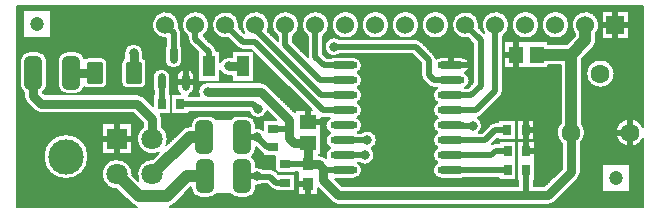
<source format=gtl>
G04*
G04 #@! TF.GenerationSoftware,Altium Limited,Altium Designer,18.0.9 (584)*
G04*
G04 Layer_Physical_Order=1*
G04 Layer_Color=255*
%FSLAX24Y24*%
%MOIN*%
G70*
G01*
G75*
%ADD14C,0.0079*%
%ADD17O,0.0281X0.0591*%
G04:AMPARAMS|DCode=18|XSize=110.2mil|YSize=59.1mil|CornerRadius=14.8mil|HoleSize=0mil|Usage=FLASHONLY|Rotation=90.000|XOffset=0mil|YOffset=0mil|HoleType=Round|Shape=RoundedRectangle|*
%AMROUNDEDRECTD18*
21,1,0.1102,0.0295,0,0,90.0*
21,1,0.0807,0.0591,0,0,90.0*
1,1,0.0295,0.0148,0.0404*
1,1,0.0295,0.0148,-0.0404*
1,1,0.0295,-0.0148,-0.0404*
1,1,0.0295,-0.0148,0.0404*
%
%ADD18ROUNDEDRECTD18*%
%ADD19O,0.0906X0.0236*%
G04:AMPARAMS|DCode=36|XSize=51.2mil|YSize=72mil|CornerRadius=2.6mil|HoleSize=0mil|Usage=FLASHONLY|Rotation=180.000|XOffset=0mil|YOffset=0mil|HoleType=Round|Shape=RoundedRectangle|*
%AMROUNDEDRECTD36*
21,1,0.0512,0.0669,0,0,180.0*
21,1,0.0461,0.0720,0,0,180.0*
1,1,0.0051,-0.0230,0.0335*
1,1,0.0051,0.0230,0.0335*
1,1,0.0051,0.0230,-0.0335*
1,1,0.0051,-0.0230,-0.0335*
%
%ADD36ROUNDEDRECTD36*%
%ADD37R,0.0276X0.0354*%
%ADD38R,0.0571X0.0453*%
%ADD39R,0.0354X0.0394*%
%ADD40R,0.0413X0.0689*%
%ADD41R,0.0354X0.0276*%
%ADD42R,0.0453X0.0571*%
%ADD43C,0.0472*%
%ADD44C,0.0197*%
%ADD45C,0.0315*%
%ADD46C,0.0394*%
%ADD47C,0.0709*%
%ADD48C,0.1181*%
%ADD49R,0.0709X0.0709*%
%ADD50C,0.0630*%
%ADD51C,0.0600*%
%ADD52R,0.0600X0.0600*%
%ADD53C,0.0236*%
%ADD54C,0.0315*%
D14*
X55432Y34754D02*
G03*
X54620Y34465I-457J0D01*
G01*
X55329D02*
G03*
X55432Y34754I-354J289D01*
G01*
X54432D02*
G03*
X54432Y34754I-457J0D01*
G01*
X53432D02*
G03*
X53432Y34754I-457J0D01*
G01*
X52432D02*
G03*
X51602Y34488I-457J0D01*
G01*
X51432Y34754D02*
G03*
X51062Y34305I-457J0D01*
G01*
X52230Y34375D02*
G03*
X52432Y34754I-256J379D01*
G01*
X51424Y34667D02*
G03*
X51432Y34754I-449J87D01*
G01*
X55225Y33986D02*
G03*
X55329Y34236I-251J251D01*
G01*
X55225Y33985D02*
G03*
X55329Y34236I-250J251D01*
G01*
X55945Y33130D02*
G03*
X55945Y33130I-472J0D01*
G01*
X50432Y34754D02*
G03*
X50432Y34754I-457J0D01*
G01*
X49432D02*
G03*
X49432Y34754I-457J0D01*
G01*
X48432D02*
G03*
X48432Y34754I-457J0D01*
G01*
X47432D02*
G03*
X47432Y34754I-457J0D01*
G01*
X46230Y34375D02*
G03*
X46432Y34754I-256J379D01*
G01*
X49492Y34207D02*
G03*
X49311Y34281I-181J-181D01*
G01*
X49492Y34206D02*
G03*
X49311Y34281I-181J-181D01*
G01*
X51112Y33404D02*
G03*
X50837Y33679I-276J0D01*
G01*
X50953Y33154D02*
G03*
X51112Y33404I-116J250D01*
G01*
Y32904D02*
G03*
X50953Y33154I-276J0D01*
G01*
X50965Y32659D02*
G03*
X51112Y32904I-128J244D01*
G01*
X49998Y33621D02*
G03*
X49925Y33773I-254J-29D01*
G01*
X50167Y33679D02*
G03*
X49998Y33621I0J-276D01*
G01*
X49998D02*
G03*
X49925Y33774I-254J-29D01*
G01*
X49488Y33091D02*
G03*
X49563Y32909I256J0D01*
G01*
X49488Y33091D02*
G03*
X49563Y32910I256J0D01*
G01*
X49750Y32723D02*
G03*
X49931Y32648I181J181D01*
G01*
X49750Y32723D02*
G03*
X49931Y32648I181J181D01*
G01*
X46778Y34281D02*
G03*
X46778Y33770I-184J-256D01*
G01*
X47370Y33154D02*
G03*
X47530Y33404I-116J250D01*
G01*
X47370Y32654D02*
G03*
X47530Y32904I-116J250D01*
G01*
X46585Y33679D02*
G03*
X46482Y33659I0J-276D01*
G01*
X47530Y32904D02*
G03*
X47370Y33154I-276J0D01*
G01*
X47530Y33404D02*
G03*
X47254Y33679I-276J0D01*
G01*
X54961Y31161D02*
G03*
X54852Y31462I-472J0D01*
G01*
X56890Y31350D02*
G03*
X56890Y30973I-433J-189D01*
G01*
X54813Y30818D02*
G03*
X54961Y31161I-325J343D01*
G01*
X52155Y32374D02*
G03*
X52230Y32555I-181J181D01*
G01*
X52155Y32374D02*
G03*
X52230Y32555I-181J181D01*
G01*
X54144Y31485D02*
G03*
X54183Y30801I344J-323D01*
G01*
X54721Y29610D02*
G03*
X54813Y29833I-223J223D01*
G01*
X54720Y29610D02*
G03*
X54813Y29833I-222J223D01*
G01*
X53730Y28750D02*
G03*
X53953Y28843I0J315D01*
G01*
X53730Y28750D02*
G03*
X53953Y28842I0J315D01*
G01*
X51968Y31506D02*
G03*
X51787Y31431I0J-256D01*
G01*
X51968Y31506D02*
G03*
X51788Y31431I0J-256D01*
G01*
X51390Y31657D02*
G03*
X51504Y31723I-67J247D01*
G01*
X51390Y31657D02*
G03*
X51504Y31723I-67J247D01*
G01*
X50039Y32648D02*
G03*
X50051Y32154I128J-244D01*
G01*
D02*
G03*
X50051Y31654I116J-250D01*
G01*
X51526Y31398D02*
G03*
X51390Y31657I-315J0D01*
G01*
X51417Y31159D02*
G03*
X51526Y31398I-206J238D01*
G01*
X50051Y31654D02*
G03*
X50051Y31154I116J-250D01*
G01*
D02*
G03*
X50051Y30654I116J-250D01*
G01*
X51988Y30817D02*
G03*
X51867Y30786I0J-256D01*
G01*
X51988Y30817D02*
G03*
X51867Y30786I0J-256D01*
G01*
X50051Y30654D02*
G03*
X50051Y30154I116J-250D01*
G01*
D02*
G03*
X50167Y29628I116J-250D01*
G01*
X47530Y32404D02*
G03*
X47370Y32654I-276J0D01*
G01*
Y32154D02*
G03*
X47530Y32404I-116J250D01*
G01*
X47370Y31654D02*
G03*
X47530Y31904I-116J250D01*
G01*
D02*
G03*
X47370Y32154I-276J0D01*
G01*
X47382Y31159D02*
G03*
X47530Y31404I-128J244D01*
G01*
D02*
G03*
X47370Y31654I-276J0D01*
G01*
X46457Y31648D02*
G03*
X46469Y31154I128J-244D01*
G01*
X47845Y30632D02*
G03*
X48022Y30915I-138J283D01*
G01*
D02*
G03*
X47508Y31159I-315J0D01*
G01*
X46469Y31154D02*
G03*
X46469Y30654I116J-250D01*
G01*
X47943Y30404D02*
G03*
X47845Y30632I-315J0D01*
G01*
X47444Y30148D02*
G03*
X47943Y30404I184J256D01*
G01*
X46469Y30654D02*
G03*
X46325Y30311I116J-250D01*
G01*
X47530Y29904D02*
G03*
X47382Y30148I-276J0D01*
G01*
X50837Y29628D02*
G03*
X50939Y29648I0J276D01*
G01*
X47254Y29628D02*
G03*
X47530Y29904I0J276D01*
G01*
X46519Y28842D02*
G03*
X46742Y28750I223J223D01*
G01*
X46519Y28843D02*
G03*
X46742Y28750I223J222D01*
G01*
X46432Y34754D02*
G03*
X45718Y34375I-457J0D01*
G01*
X45230D02*
G03*
X45432Y34754I-256J379D01*
G01*
D02*
G03*
X44718Y34375I-457J0D01*
G01*
X44385Y34552D02*
G03*
X44432Y34754I-411J202D01*
G01*
D02*
G03*
X43602Y34488I-457J0D01*
G01*
X43424Y34667D02*
G03*
X43432Y34754I-449J87D01*
G01*
D02*
G03*
X43062Y34305I-457J0D01*
G01*
X42432Y34754D02*
G03*
X41719Y34375I-457J0D01*
G01*
X42246Y34386D02*
G03*
X42432Y34754I-271J368D01*
G01*
X43364Y34002D02*
G03*
X43545Y33927I181J181D01*
G01*
X43364Y34002D02*
G03*
X43545Y33927I181J181D01*
G01*
X44367Y32752D02*
G03*
X44144Y32844I-223J-222D01*
G01*
X44366Y32752D02*
G03*
X44144Y32844I-223J-223D01*
G01*
X42685Y33868D02*
G03*
X42612Y34020I-254J-30D01*
G01*
X42685Y33868D02*
G03*
X42612Y34020I-254J-30D01*
G01*
X43081Y33681D02*
G03*
X42795Y33499I-1J-315D01*
G01*
X43081Y33681D02*
G03*
X42795Y33499I0J-315D01*
G01*
X41719Y34295D02*
G03*
X41794Y34114I256J0D01*
G01*
X41719Y34295D02*
G03*
X41793Y34114I256J0D01*
G01*
X41542Y33909D02*
G03*
X41500Y34062I-298J0D01*
G01*
X42795Y33233D02*
G03*
X43081Y33051I285J133D01*
G01*
X42795Y33233D02*
G03*
X43081Y33051I285J133D01*
G01*
X41942Y32999D02*
G03*
X41346Y32999I-298J0D01*
G01*
X40946Y33600D02*
G03*
X41542Y33600I298J0D01*
G01*
X41432Y34754D02*
G03*
X40988Y34297I-457J0D01*
G01*
X41500Y34485D02*
G03*
X41425Y34666I-256J0D01*
G01*
X41424Y34667D02*
G03*
X41432Y34754I-449J87D01*
G01*
X41500Y34485D02*
G03*
X41424Y34666I-256J0D01*
G01*
X40988Y34062D02*
G03*
X40946Y33909I256J-152D01*
G01*
X40226Y33819D02*
G03*
X39596Y33818I-315J0D01*
G01*
X40226Y33819D02*
G03*
X39596Y33819I-315J0D01*
G01*
X38280Y33630D02*
G03*
X37982Y33868I-298J-67D01*
G01*
X37687D02*
G03*
X37382Y33563I0J-305D01*
G01*
X37028D02*
G03*
X36722Y33868I-305J0D01*
G01*
X36427D02*
G03*
X36122Y33563I0J-305D01*
G01*
X41142Y32999D02*
G03*
X40546Y32999I-298J0D01*
G01*
X40335Y33484D02*
G03*
X40226Y33652I-183J0D01*
G01*
X39596Y33641D02*
G03*
X39508Y33484I95J-157D01*
G01*
X41346Y32690D02*
G03*
X41466Y32451I298J0D01*
G01*
X41112Y32561D02*
G03*
X41142Y32690I-269J128D01*
G01*
X40546D02*
G03*
X40601Y32517I298J0D01*
G01*
X40152Y32632D02*
G03*
X40335Y32815I0J183D01*
G01*
X39508D02*
G03*
X39691Y32632I183J0D01*
G01*
X38391Y33667D02*
G03*
X38280Y33630I0J-183D01*
G01*
X39035Y33484D02*
G03*
X38852Y33667I-183J0D01*
G01*
Y32632D02*
G03*
X39035Y32815I0J183D01*
G01*
X37982Y32451D02*
G03*
X38276Y32673I0J305D01*
G01*
X38276D02*
G03*
X38391Y32632I115J142D01*
G01*
X37382Y32756D02*
G03*
X37687Y32451I305J0D01*
G01*
X36891Y32501D02*
G03*
X37028Y32756I-168J254D01*
G01*
X36122D02*
G03*
X36260Y32501I305J0D01*
G01*
X46171Y31654D02*
G03*
X46226Y31648I55J250D01*
G01*
X46171Y31654D02*
G03*
X46226Y31648I55J250D01*
G01*
X44242Y31242D02*
G03*
X43986Y31326I-217J-229D01*
G01*
X42383Y32844D02*
G03*
X42109Y32372I-1J-315D01*
G01*
X42382Y32844D02*
G03*
X42109Y32372I0J-315D01*
G01*
X41762Y32416D02*
G03*
X41942Y32690I-118J273D01*
G01*
X43756Y31860D02*
G03*
X44357Y31870I299J98D01*
G01*
X43386Y31722D02*
G03*
X43157Y31619I0J-305D01*
G01*
X43986Y31417D02*
G03*
X43681Y31722I-305J0D01*
G01*
X43859Y30363D02*
G03*
X43986Y30610I-178J248D01*
G01*
X42650Y31619D02*
G03*
X42421Y31722I-229J-202D01*
G01*
X42126D02*
G03*
X41821Y31417I0J-305D01*
G01*
X41782Y31368D02*
G03*
X41531Y31264I0J-354D01*
G01*
X41782Y31368D02*
G03*
X41531Y31264I0J-354D01*
G01*
X46305Y30331D02*
G03*
X46083Y30423I-223J-223D01*
G01*
X46306Y30331D02*
G03*
X46083Y30423I-223J-222D01*
G01*
X44189Y30489D02*
G03*
X44242Y30448I181J181D01*
G01*
X44189Y30488D02*
G03*
X44242Y30448I181J181D01*
G01*
X44636Y29889D02*
G03*
X44468Y29951I-167J-194D01*
G01*
X44484Y29317D02*
G03*
X44636Y29244I181J181D01*
G01*
X44484Y29317D02*
G03*
X44636Y29244I181J181D01*
G01*
Y29889D02*
G03*
X44468Y29951I-167J-194D01*
G01*
X44222D02*
G03*
X43996Y30018I-197J-246D01*
G01*
Y30108D02*
G03*
X43859Y30363I-305J0D01*
G01*
X43996Y29391D02*
G03*
X44195Y29439I30J314D01*
G01*
X43691Y28996D02*
G03*
X43996Y29301I0J305D01*
G01*
X41831D02*
G03*
X42136Y28996I305J0D01*
G01*
X43158Y29109D02*
G03*
X43396Y28996I237J192D01*
G01*
X42431D02*
G03*
X42668Y29109I0J305D01*
G01*
X40262Y32349D02*
G03*
X40039Y32441I-223J-223D01*
G01*
X40262Y32348D02*
G03*
X40039Y32441I-223J-222D01*
G01*
X40856Y31624D02*
G03*
X40814Y31781I-315J0D01*
G01*
X40856Y31624D02*
G03*
X40814Y31781I-315J0D01*
G01*
X41053Y30955D02*
G03*
X40856Y31358I-512J0D01*
G01*
X40226D02*
G03*
X40757Y30491I315J-403D01*
G01*
X36260Y32372D02*
G03*
X36352Y32149I315J0D01*
G01*
X36260Y32372D02*
G03*
X36352Y32149I315J0D01*
G01*
X36598Y31903D02*
G03*
X36821Y31811I223J223D01*
G01*
X36598Y31904D02*
G03*
X36821Y31811I223J222D01*
G01*
X38407Y30364D02*
G03*
X38407Y30364I-748J0D01*
G01*
D02*
G03*
X38407Y30364I-748J0D01*
G01*
X41005Y30739D02*
G03*
X41053Y30955I-464J216D01*
G01*
X40552Y30285D02*
G03*
X40077Y29558I-11J-512D01*
G01*
X39848Y28785D02*
G03*
X40016Y28691I251J250D01*
G01*
X39848Y28785D02*
G03*
X40016Y28691I251J251D01*
G01*
X41116D02*
G03*
X41284Y28785I-83J344D01*
G01*
X41116Y28691D02*
G03*
X41284Y28785I-83J344D01*
G01*
X39872Y29774D02*
G03*
X39371Y29262I-512J0D01*
G01*
X56161Y35211D02*
Y35384D01*
X56220Y35211D02*
Y35384D01*
X56102Y35211D02*
Y35384D01*
X56338Y35211D02*
Y35384D01*
X56398Y35211D02*
Y35384D01*
X56279Y35211D02*
Y35384D01*
X55630Y35211D02*
Y35384D01*
X55866Y35211D02*
Y35384D01*
X55571Y35211D02*
Y35384D01*
X55984Y35211D02*
Y35384D01*
X56043Y35211D02*
Y35384D01*
X55925Y35211D02*
Y35384D01*
X55748Y35211D02*
Y35384D01*
X55807Y35211D02*
Y35384D01*
X55689Y35211D02*
Y35384D01*
X56432Y35138D02*
X56890D01*
X56432Y35079D02*
X56890D01*
X56432Y35197D02*
X56890D01*
X55517Y35211D02*
X56432D01*
X55089Y35197D02*
X55517D01*
X55223Y35138D02*
X55517D01*
X55297Y35079D02*
X55517D01*
X55275Y35098D02*
Y35384D01*
X54980Y35211D02*
Y35384D01*
X55039Y35207D02*
Y35384D01*
X54921Y35208D02*
Y35384D01*
X55157Y35173D02*
Y35384D01*
X55216Y35142D02*
Y35384D01*
X55098Y35194D02*
Y35384D01*
X54803Y35178D02*
Y35384D01*
X54862Y35197D02*
Y35384D01*
X54035Y35207D02*
Y35384D01*
X54744Y35149D02*
Y35384D01*
X54685Y35108D02*
Y35384D01*
X54212Y35145D02*
Y35384D01*
X54223Y35138D02*
X54725D01*
X54153Y35175D02*
Y35384D01*
X54626Y35050D02*
Y35384D01*
X54297Y35079D02*
X54652D01*
X54272Y35102D02*
Y35384D01*
X53976Y35211D02*
Y35384D01*
X54089Y35197D02*
X54860D01*
X53917Y35208D02*
Y35384D01*
X54094Y35195D02*
Y35384D01*
X53858Y35196D02*
Y35384D01*
X56432Y34961D02*
X56890D01*
X56432Y34902D02*
X56890D01*
X56432Y35020D02*
X56890D01*
X56432Y34842D02*
X56890D01*
X56432Y34296D02*
Y35211D01*
X55383Y34961D02*
X55517D01*
X55407Y34902D02*
X55517D01*
X55347Y35020D02*
X55517D01*
X55423Y34842D02*
X55517D01*
Y34296D02*
Y35211D01*
X56432Y34724D02*
X56890D01*
X56432Y34665D02*
X56890D01*
X56432Y34783D02*
X56890D01*
X56432Y34606D02*
X56890D01*
X56432Y34547D02*
X56890D01*
X55431Y34724D02*
X55517D01*
X55431Y34783D02*
X55517D01*
X55407Y34606D02*
X55517D01*
X55423Y34665D02*
X55517D01*
X55335Y35036D02*
Y35384D01*
X55394Y34937D02*
Y35384D01*
X54567Y34962D02*
Y35384D01*
X55453Y33602D02*
Y35384D01*
X55512Y33601D02*
Y35384D01*
X54390Y34946D02*
Y35384D01*
X54347Y35020D02*
X54602D01*
X54331Y35041D02*
Y35384D01*
X54508Y34271D02*
Y35384D01*
X54449Y34212D02*
Y35384D01*
X54423Y34842D02*
X54526D01*
X54431Y34724D02*
X54518D01*
X54431Y34783D02*
X54518D01*
X55394Y33596D02*
Y34571D01*
X54423Y34665D02*
X54526D01*
X54383Y34961D02*
X54566D01*
X54407Y34606D02*
X54541D01*
X54407Y34902D02*
X54541D01*
X54383Y34547D02*
X54566D01*
X54390Y34153D02*
Y34562D01*
X53740Y35147D02*
Y35384D01*
X53799Y35176D02*
Y35384D01*
X53268Y35105D02*
Y35384D01*
X53622Y35046D02*
Y35384D01*
X53681Y35105D02*
Y35384D01*
X53327Y35046D02*
Y35384D01*
X53090Y35196D02*
Y35384D01*
X53149Y35177D02*
Y35384D01*
X53031Y35208D02*
Y35384D01*
X52795Y35175D02*
Y35384D01*
X53209Y35147D02*
Y35384D01*
X52736Y35144D02*
Y35384D01*
X52972Y35211D02*
Y35384D01*
X53089Y35197D02*
X53860D01*
X52913Y35207D02*
Y35384D01*
X53223Y35138D02*
X53725D01*
X53297Y35079D02*
X53652D01*
X53347Y35020D02*
X53602D01*
X52854Y35195D02*
Y35384D01*
X52089Y35197D02*
X52860D01*
X52223Y35138D02*
X52725D01*
X52677Y35102D02*
Y35384D01*
X52297Y35079D02*
X52652D01*
X52027Y35208D02*
Y35384D01*
X52087Y35197D02*
Y35384D01*
X51968Y35211D02*
Y35384D01*
X52205Y35149D02*
Y35384D01*
X52618Y35041D02*
Y35384D01*
X52146Y35178D02*
Y35384D01*
X51850Y35194D02*
Y35384D01*
X51909Y35207D02*
Y35384D01*
X51791Y35173D02*
Y35384D01*
X51732Y35142D02*
Y35384D01*
X51378Y34970D02*
Y35384D01*
X52264Y35108D02*
Y35384D01*
X52323Y35051D02*
Y35384D01*
X51673Y35098D02*
Y35384D01*
X51614Y35036D02*
Y35384D01*
X52347Y35020D02*
X52602D01*
X51347D02*
X51602D01*
X51089Y35197D02*
X51860D01*
X51223Y35138D02*
X51725D01*
X51260Y35112D02*
Y35384D01*
X51297Y35079D02*
X51652D01*
X51319Y35055D02*
Y35384D01*
X53563Y34954D02*
Y35384D01*
X53407Y34902D02*
X53541D01*
X53423Y34842D02*
X53526D01*
X53504Y34203D02*
Y35384D01*
X53445Y34203D02*
Y35384D01*
X53386Y34954D02*
Y35384D01*
X53383Y34961D02*
X53566D01*
X52383D02*
X52566D01*
X52559Y34945D02*
Y35384D01*
X52407Y34902D02*
X52541D01*
X53431Y34724D02*
X53518D01*
X53423Y34665D02*
X53526D01*
X53431Y34783D02*
X53518D01*
X53407Y34606D02*
X53541D01*
X53563Y34203D02*
Y34554D01*
X53386Y34203D02*
Y34554D01*
X52407Y34606D02*
X52541D01*
X53383Y34547D02*
X53566D01*
X52423Y34665D02*
X52526D01*
X52382Y34547D02*
X52566D01*
X52559Y34203D02*
Y34562D01*
X52382Y34962D02*
Y35384D01*
X52423Y34842D02*
X52526D01*
X51555Y34937D02*
Y35384D01*
X52441Y34203D02*
Y35384D01*
X52500Y34203D02*
Y35384D01*
X51383Y34961D02*
X51566D01*
X51407Y34902D02*
X51541D01*
X51437Y34653D02*
Y35384D01*
X51496Y34594D02*
Y35384D01*
X52431Y34783D02*
X52518D01*
X52431Y34724D02*
X52518D01*
X51431Y34783D02*
X51518D01*
X51555Y34535D02*
Y34571D01*
X51484Y34606D02*
X51541D01*
X51423Y34842D02*
X51526D01*
X51431Y34724D02*
X51518D01*
X51424Y34667D02*
X51602Y34488D01*
X51425Y34665D02*
X51526D01*
X56432Y34429D02*
X56890D01*
X56432Y34370D02*
X56890D01*
X56432Y34488D02*
X56890D01*
X56432Y34311D02*
X56890D01*
X55630Y33575D02*
Y34296D01*
X55571Y33592D02*
Y34296D01*
X55329Y34429D02*
X55517D01*
X55329Y34370D02*
X55517D01*
X55347Y34488D02*
X55517D01*
Y34296D02*
X56432D01*
X55329Y34252D02*
X56890D01*
X55329Y34311D02*
X55517D01*
X55314Y34134D02*
X56890D01*
X55290Y34075D02*
X56890D01*
X55326Y34193D02*
X56890D01*
X55196Y33957D02*
X56890D01*
X55480Y33602D02*
X56890D01*
X55252Y34016D02*
X56890D01*
X55078Y33839D02*
X56890D01*
X55019Y33779D02*
X56890D01*
X55137Y33898D02*
X56890D01*
X54901Y33661D02*
X56890D01*
X54960Y33720D02*
X56890D01*
X55382Y34547D02*
X55517D01*
X54620Y34383D02*
Y34465D01*
X54567Y34330D02*
Y34546D01*
X55335Y33582D02*
Y34472D01*
X55329Y34236D02*
Y34465D01*
X54351Y34114D02*
X54620Y34383D01*
X54296Y34429D02*
X54620D01*
X54223Y34370D02*
X54607D01*
X54347Y34488D02*
X54602D01*
X54331Y34114D02*
Y34467D01*
X54272Y34114D02*
Y34406D01*
X54212Y34114D02*
Y34363D01*
X55275Y33559D02*
Y34049D01*
X54852Y33602D02*
X55464D01*
X54852Y33613D02*
X55225Y33985D01*
X54153Y34114D02*
Y34333D01*
X54089Y34311D02*
X54548D01*
X54094Y34114D02*
Y34312D01*
X54035Y34114D02*
Y34301D01*
X53976Y34114D02*
Y34296D01*
X55910Y33307D02*
X56890D01*
X55930Y33248D02*
X56890D01*
X55925Y33265D02*
Y34296D01*
X55945Y33130D02*
X56890D01*
X55941Y33071D02*
X56890D01*
X55941Y33189D02*
X56890D01*
X55785Y33484D02*
X56890D01*
X55841Y33425D02*
X56890D01*
X55701Y33543D02*
X56890D01*
X55882Y33366D02*
X56890D01*
X55866Y33391D02*
Y34296D01*
X55910Y32953D02*
X56890D01*
X55882Y32894D02*
X56890D01*
X55930Y33012D02*
X56890D01*
X55785Y32776D02*
X56890D01*
X55701Y32716D02*
X56890D01*
X55841Y32835D02*
X56890D01*
X54852Y32598D02*
X56890D01*
X54852Y32539D02*
X56890D01*
X54852Y32657D02*
X56890D01*
X54852Y32421D02*
X56890D01*
X54852Y32480D02*
X56890D01*
X55689Y33550D02*
Y34296D01*
X55748Y33514D02*
Y34296D01*
X55216Y33527D02*
Y33977D01*
X55807Y33464D02*
Y34296D01*
X55157Y33482D02*
Y33918D01*
X55098Y33418D02*
Y33859D01*
X54852Y33543D02*
X55244D01*
X54852Y33484D02*
X55160D01*
X54852Y33425D02*
X55104D01*
X54852Y33366D02*
X55063D01*
X55039Y33318D02*
Y33800D01*
X54852Y32953D02*
X55034D01*
X54852Y32894D02*
X55063D01*
X54852Y33012D02*
X55015D01*
X54852Y32776D02*
X55160D01*
X54852Y32716D02*
X55244D01*
X54852Y32835D02*
X55104D01*
X54852Y33307D02*
X55034D01*
X54852Y33248D02*
X55015D01*
X54852Y33189D02*
X55004D01*
X54852Y33071D02*
X55004D01*
X54852Y33130D02*
X55000D01*
X53622Y34203D02*
Y34462D01*
X53681Y34203D02*
Y34403D01*
X53347Y34488D02*
X53602D01*
X53799Y34114D02*
Y34331D01*
X53858Y34114D02*
Y34311D01*
X53740Y34203D02*
Y34361D01*
X53296Y34429D02*
X53652D01*
X53223Y34370D02*
X53726D01*
X53327Y34203D02*
Y34462D01*
X53268Y34203D02*
Y34403D01*
X53209Y34203D02*
Y34361D01*
X53149Y34203D02*
Y34331D01*
X53740Y34193D02*
X54430D01*
X53740Y34134D02*
X54371D01*
X53090Y34203D02*
Y34311D01*
X53917Y34114D02*
Y34300D01*
X53740Y34114D02*
X54351D01*
X53740D02*
Y34203D01*
X53089Y34311D02*
X53860D01*
X52230Y34252D02*
X54489D01*
X53032Y34203D02*
X53740D01*
X52972D02*
X53032D01*
X52972D02*
X53032D01*
X52618D02*
Y34467D01*
X52677Y34203D02*
Y34406D01*
X52382Y34203D02*
Y34546D01*
X52795Y34203D02*
Y34333D01*
X52854Y34203D02*
Y34313D01*
X52736Y34203D02*
Y34363D01*
X52297Y34429D02*
X52652D01*
X52230Y34370D02*
X52726D01*
X52347Y34488D02*
X52602D01*
X52230Y34311D02*
X52860D01*
X52323Y34203D02*
Y34457D01*
X53031Y34203D02*
Y34300D01*
X52972Y34203D02*
Y34296D01*
X52913Y34203D02*
Y34301D01*
X52264Y34203D02*
X52972D01*
X52230Y34193D02*
X52264D01*
X52230Y34134D02*
X52264D01*
X52230Y34075D02*
X52264D01*
X52230Y34016D02*
X52264D01*
X49683D02*
X51240D01*
X52230Y33957D02*
X52264D01*
X49742D02*
X51240D01*
X53740Y33406D02*
X54144D01*
X53740Y33366D02*
X54144D01*
X53740Y33317D02*
Y33406D01*
X52972Y33317D02*
X53032D01*
X53740D01*
X52972D02*
X53032D01*
X52230Y33307D02*
X54144D01*
X52230Y33248D02*
X54144D01*
X52264Y33317D02*
X52972D01*
X52230Y33130D02*
X54144D01*
X52230Y33189D02*
X54144D01*
X52230Y33012D02*
X54144D01*
X52230Y32953D02*
X54144D01*
X52230Y33071D02*
X54144D01*
X52230Y32835D02*
X54144D01*
X52230Y32776D02*
X54144D01*
X52230Y32894D02*
X54144D01*
X52230Y32657D02*
X54144D01*
X52230Y32598D02*
X54144D01*
X52230Y32716D02*
X54144D01*
X52219Y32480D02*
X54144D01*
X52230Y32539D02*
X54144D01*
X52230Y33898D02*
X52264D01*
Y33317D02*
Y34203D01*
X52230Y32555D02*
Y34375D01*
Y33839D02*
X52264D01*
X52230Y33779D02*
X52264D01*
X49801Y33898D02*
X51240D01*
X52230Y33720D02*
X52264D01*
X49919Y33779D02*
X51240D01*
X52230Y33602D02*
X52264D01*
X52230Y33543D02*
X52264D01*
X52230Y33661D02*
X52264D01*
X52230Y33425D02*
X52264D01*
X52230Y33366D02*
X52264D01*
X52230Y33484D02*
X52264D01*
X51110Y33366D02*
X51240D01*
X51064Y33248D02*
X51240D01*
X49966Y33720D02*
X51240D01*
X51112Y32894D02*
X51240D01*
X51108Y32953D02*
X51240D01*
X50964Y35211D02*
Y35384D01*
X51024Y35209D02*
Y35384D01*
X50905Y35206D02*
Y35384D01*
X51142Y35180D02*
Y35384D01*
X51201Y35152D02*
Y35384D01*
X51083Y35198D02*
Y35384D01*
X50787Y35171D02*
Y35384D01*
X50846Y35193D02*
Y35384D01*
X50079Y35199D02*
Y35384D01*
X50669Y35095D02*
Y35384D01*
X50728Y35140D02*
Y35384D01*
X50256Y35115D02*
Y35384D01*
X50223Y35138D02*
X50725D01*
X50297Y35079D02*
X50652D01*
X50197Y35154D02*
Y35384D01*
X50610Y35031D02*
Y35384D01*
X50347Y35020D02*
X50602D01*
X50315Y35060D02*
Y35384D01*
X49961Y35211D02*
Y35384D01*
X50020Y35209D02*
Y35384D01*
X49901Y35206D02*
Y35384D01*
X50089Y35197D02*
X50860D01*
X50138Y35181D02*
Y35384D01*
X49783Y35170D02*
Y35384D01*
X49842Y35192D02*
Y35384D01*
X49724Y35137D02*
Y35384D01*
X49606Y35025D02*
Y35384D01*
X49665Y35091D02*
Y35384D01*
X49311Y35064D02*
Y35384D01*
X49134Y35183D02*
Y35384D01*
X49193Y35156D02*
Y35384D01*
X48838Y35191D02*
Y35384D01*
X49252Y35118D02*
Y35384D01*
X48602Y35020D02*
Y35384D01*
X49075Y35200D02*
Y35384D01*
X49089Y35197D02*
X49860D01*
X49016Y35210D02*
Y35384D01*
X49223Y35138D02*
X49725D01*
X49297Y35079D02*
X49652D01*
X49347Y35020D02*
X49602D01*
X48898Y35205D02*
Y35384D01*
X48957Y35211D02*
Y35384D01*
X48779Y35168D02*
Y35384D01*
X48720Y35134D02*
Y35384D01*
X48661Y35087D02*
Y35384D01*
X50551Y34927D02*
Y35384D01*
X50423Y34842D02*
X50526D01*
X50431Y34783D02*
X50518D01*
X50492Y33679D02*
Y35384D01*
X50431Y34724D02*
X50518D01*
X50433Y33679D02*
Y35384D01*
X50374Y34977D02*
Y35384D01*
X50383Y34961D02*
X50566D01*
X49383D02*
X49566D01*
X50407Y34902D02*
X50541D01*
X50423Y34665D02*
X50526D01*
X50382Y34547D02*
X50566D01*
X50347Y34488D02*
X50602D01*
X50407Y34606D02*
X50541D01*
X50551Y33679D02*
Y34581D01*
X50610Y33679D02*
Y34477D01*
X50374Y33679D02*
Y34531D01*
X49347Y34488D02*
X49602D01*
X49296Y34429D02*
X49652D01*
X49383Y34547D02*
X49566D01*
X50315Y33679D02*
Y34448D01*
X49606Y34092D02*
Y34482D01*
X49547Y34917D02*
Y35384D01*
X49407Y34902D02*
X49541D01*
X49423Y34842D02*
X49526D01*
X49488Y34210D02*
Y35384D01*
X49431Y34783D02*
X49518D01*
X49429Y34805D02*
Y35384D01*
X48543Y34907D02*
Y35384D01*
X49370Y34984D02*
Y35384D01*
X48431Y34783D02*
X48518D01*
X48484Y34281D02*
Y35384D01*
X49423Y34665D02*
X49526D01*
X49407Y34606D02*
X49541D01*
X49431Y34724D02*
X49518D01*
X49429Y34253D02*
Y34703D01*
X49547Y34151D02*
Y34590D01*
X49370Y34275D02*
Y34524D01*
X48602Y34281D02*
Y34488D01*
X49311Y34281D02*
Y34444D01*
X48431Y34724D02*
X48518D01*
X48543Y34281D02*
Y34601D01*
X48425Y34281D02*
Y34675D01*
X48130Y35184D02*
Y35384D01*
X48189Y35158D02*
Y35384D01*
X48071Y35201D02*
Y35384D01*
X48307Y35068D02*
Y35384D01*
X48366Y34990D02*
Y35384D01*
X48248Y35121D02*
Y35384D01*
X47953Y35211D02*
Y35384D01*
X48012Y35210D02*
Y35384D01*
X47894Y35204D02*
Y35384D01*
X47657Y35084D02*
Y35384D01*
X47716Y35132D02*
Y35384D01*
X47598Y35014D02*
Y35384D01*
X47835Y35190D02*
Y35384D01*
X48089Y35197D02*
X48860D01*
X47776Y35166D02*
Y35384D01*
X48223Y35138D02*
X48725D01*
X48297Y35079D02*
X48652D01*
X48347Y35020D02*
X48602D01*
X47089Y35197D02*
X47860D01*
X47223Y35138D02*
X47725D01*
X47297Y35079D02*
X47652D01*
X47347Y35020D02*
X47602D01*
X47383Y34961D02*
X47566D01*
X47126Y35186D02*
Y35384D01*
X47185Y35160D02*
Y35384D01*
X47067Y35202D02*
Y35384D01*
X47303Y35072D02*
Y35384D01*
X47362Y34997D02*
Y35384D01*
X47244Y35124D02*
Y35384D01*
X46949Y35211D02*
Y35384D01*
X47008Y35210D02*
Y35384D01*
X46890Y35203D02*
Y35384D01*
X46831Y35188D02*
Y35384D01*
X46772Y35164D02*
Y35384D01*
X46653Y35080D02*
Y35384D01*
X46713Y35129D02*
Y35384D01*
X46347Y35020D02*
X46602D01*
X46594Y35009D02*
Y35384D01*
X46383Y34961D02*
X46566D01*
X46358Y35003D02*
Y35384D01*
X46240Y35126D02*
Y35384D01*
X46223Y35138D02*
X46725D01*
X46181Y35162D02*
Y35384D01*
X46297Y35079D02*
X46652D01*
X46299Y35076D02*
Y35384D01*
X48383Y34961D02*
X48566D01*
X48407Y34902D02*
X48541D01*
X47539Y34895D02*
Y35384D01*
X48423Y34842D02*
X48526D01*
X48423Y34665D02*
X48526D01*
X48425Y34832D02*
Y35384D01*
X47407Y34902D02*
X47541D01*
X47423Y34842D02*
X47526D01*
X47431Y34783D02*
X47518D01*
X47431Y34724D02*
X47518D01*
X47480Y34281D02*
Y35384D01*
X48383Y34547D02*
X48566D01*
X48347Y34488D02*
X48602D01*
X48407Y34606D02*
X48541D01*
X48366Y34281D02*
Y34517D01*
X48307Y34281D02*
Y34440D01*
X47598Y34281D02*
Y34493D01*
X47407Y34606D02*
X47541D01*
X47382Y34547D02*
X47566D01*
X47423Y34665D02*
X47526D01*
X47347Y34488D02*
X47602D01*
X47539Y34281D02*
Y34613D01*
X46535Y34882D02*
Y35384D01*
X47421Y34852D02*
Y35384D01*
X46431Y34783D02*
X46518D01*
X46431Y34724D02*
X46518D01*
X46476Y34318D02*
Y35384D01*
X46407Y34902D02*
X46541D01*
X46423Y34842D02*
X46526D01*
X46417Y34869D02*
Y35384D01*
X46423Y34665D02*
X46526D01*
X46535Y34335D02*
Y34625D01*
X46594Y34341D02*
Y34499D01*
X46417Y34286D02*
Y34639D01*
X47421Y34281D02*
Y34655D01*
X47362Y34281D02*
Y34511D01*
X47303Y34281D02*
Y34436D01*
X46382Y34547D02*
X46566D01*
X46347Y34488D02*
X46602D01*
X46407Y34606D02*
X46541D01*
X46358Y34234D02*
Y34505D01*
X46299Y34135D02*
Y34432D01*
X50787Y33679D02*
Y34336D01*
X51062Y34305D02*
X51240Y34126D01*
X50297Y34429D02*
X50652D01*
X50728Y33679D02*
Y34368D01*
X50846Y33679D02*
Y34315D01*
X50669Y33679D02*
Y34413D01*
X50223Y34370D02*
X50726D01*
X50089Y34311D02*
X50860D01*
X50256Y33679D02*
Y34393D01*
X50197Y33679D02*
Y34354D01*
X50138Y33678D02*
Y34327D01*
X50079Y33664D02*
Y34308D01*
X49961Y33729D02*
Y34297D01*
X49860Y33839D02*
X51240D01*
X49901Y33797D02*
Y34302D01*
X50905Y33670D02*
Y34302D01*
X50167Y33679D02*
X50837D01*
X49991Y33661D02*
X50070D01*
X49506Y34193D02*
X51174D01*
X49565Y34134D02*
X51233D01*
X49430Y34252D02*
X51115D01*
X49624Y34075D02*
X51240D01*
X49492Y34206D02*
X49925Y33774D01*
X49252Y34281D02*
Y34390D01*
X49223Y34370D02*
X49726D01*
X48720Y34281D02*
Y34373D01*
X49665Y34033D02*
Y34417D01*
X49724Y33974D02*
Y34371D01*
X49193Y34281D02*
Y34352D01*
X48661Y34281D02*
Y34420D01*
X48223Y34370D02*
X48726D01*
X48296Y34429D02*
X48652D01*
X48248Y34281D02*
Y34387D01*
X48189Y34281D02*
Y34350D01*
X49089Y34311D02*
X49860D01*
X49134Y34281D02*
Y34325D01*
X49783Y33915D02*
Y34338D01*
X49842Y33856D02*
Y34316D01*
X48838Y34281D02*
Y34317D01*
X48089Y34311D02*
X48860D01*
X48779Y34281D02*
Y34340D01*
X48130Y34281D02*
Y34324D01*
X47835Y34281D02*
Y34318D01*
X51100Y33484D02*
X51240D01*
X51111Y33425D02*
X51240D01*
X51083Y33528D02*
Y34284D01*
X51201Y32793D02*
Y34166D01*
X51240Y32832D02*
Y34126D01*
X51142Y32734D02*
Y34225D01*
X51028Y33602D02*
X51240D01*
X51074Y33543D02*
X51240D01*
X50934Y33661D02*
X51240D01*
X51056Y33071D02*
X51240D01*
X51090Y33012D02*
X51240D01*
X51095Y33307D02*
X51240D01*
X51103Y32835D02*
X51240D01*
X51067Y32659D02*
X51240Y32832D01*
X51081Y32776D02*
X51183D01*
X51009Y33189D02*
X51240D01*
X50994Y33130D02*
X51240D01*
X51039Y32716D02*
X51124D01*
X51024Y33606D02*
Y34299D01*
X50964Y33648D02*
Y34297D01*
X50020Y33636D02*
Y34299D01*
X51083Y33028D02*
Y33279D01*
X51024Y33106D02*
Y33201D01*
X49488Y33091D02*
Y33487D01*
X49205Y33770D02*
X49488Y33487D01*
X51083Y32675D02*
Y32779D01*
X50965Y32659D02*
X51067D01*
X51024D02*
Y32701D01*
X49961Y32586D02*
Y32648D01*
X49931D02*
X50039D01*
X49901Y32476D02*
Y32649D01*
X49563Y32909D02*
X49750Y32723D01*
X47716Y34281D02*
Y34376D01*
X47223Y34370D02*
X47726D01*
X47297Y34429D02*
X47652D01*
X47657Y34281D02*
Y34424D01*
X47776Y34281D02*
Y34342D01*
X47244Y34281D02*
Y34384D01*
X47126Y34281D02*
Y34322D01*
X47089Y34311D02*
X47860D01*
X46728D02*
X46860D01*
X47185Y34281D02*
Y34348D01*
X46778Y34281D02*
X49311D01*
X46831D02*
Y34320D01*
X47008Y33679D02*
Y33770D01*
X47067Y33679D02*
Y33770D01*
X46949Y33679D02*
Y33770D01*
X47185Y33679D02*
Y33770D01*
X47244Y33679D02*
Y33770D01*
X47126Y33679D02*
Y33770D01*
X46778D02*
X49205D01*
X46672Y33720D02*
X49254D01*
X46890Y33679D02*
Y33770D01*
X46585Y33679D02*
X47254D01*
X46831D02*
Y33770D01*
X46653Y34335D02*
Y34428D01*
X46713Y34318D02*
Y34379D01*
X46297Y34429D02*
X46652D01*
X46772Y34286D02*
Y34344D01*
X46240Y33787D02*
Y34381D01*
X46230Y34370D02*
X46726D01*
X46230Y34311D02*
X46461D01*
X46230Y34252D02*
X46375D01*
X46230Y34193D02*
X46328D01*
X46230Y33797D02*
Y34375D01*
X46299Y33728D02*
Y33916D01*
X46248Y33779D02*
X46398D01*
X46230Y34016D02*
X46280D01*
X46653Y33679D02*
Y33716D01*
X46594Y33679D02*
Y33711D01*
X46307Y33720D02*
X46517D01*
X46230Y34134D02*
X46299D01*
X46230Y33957D02*
X46287D01*
X46230Y34075D02*
X46283D01*
X46230Y33839D02*
X46341D01*
X46230Y33898D02*
X46307D01*
X47517Y33484D02*
X49488D01*
X47529Y33425D02*
X49488D01*
X47491Y33543D02*
X49431D01*
X47512Y33307D02*
X49488D01*
X47481Y33248D02*
X49488D01*
X47527Y33366D02*
X49488D01*
X47445Y33602D02*
X49372D01*
X47427Y33189D02*
X49488D01*
X47351Y33661D02*
X49313D01*
X47473Y33071D02*
X49489D01*
X47411Y33130D02*
X49488D01*
X47525Y32953D02*
X49528D01*
X47529Y32894D02*
X49579D01*
X47507Y33012D02*
X49501D01*
X47519Y32480D02*
X49903D01*
X47529Y32421D02*
X49892D01*
X47521Y32835D02*
X49638D01*
X47456Y32716D02*
X49756D01*
X47378Y32657D02*
X49861D01*
X47498Y32776D02*
X49697D01*
X47449Y32598D02*
X49972D01*
X47494Y32539D02*
X49927D01*
X47303Y33675D02*
Y33770D01*
X46772Y33679D02*
Y33765D01*
X46713Y33679D02*
Y33734D01*
X47421Y33623D02*
Y33770D01*
X47480Y33561D02*
Y33770D01*
X47362Y33657D02*
Y33770D01*
X46476Y33659D02*
Y33734D01*
X46535Y33675D02*
Y33716D01*
X46358Y33669D02*
Y33817D01*
X46417Y33659D02*
Y33765D01*
X46230Y33797D02*
X46368Y33659D01*
X47480Y33061D02*
Y33246D01*
X47421Y33123D02*
Y33184D01*
X47480Y32561D02*
Y32746D01*
X47421Y32623D02*
Y32684D01*
X46366Y33661D02*
X46487D01*
X46368Y33659D02*
X46482D01*
X56693Y31571D02*
Y35384D01*
X56752Y31530D02*
Y35384D01*
X56634Y31599D02*
Y35384D01*
X56870Y31390D02*
Y35384D01*
X56890Y31350D02*
Y35384D01*
X56811Y31474D02*
Y35384D01*
X54852Y32303D02*
X56890D01*
X54852Y32244D02*
X56890D01*
X54852Y32362D02*
X56890D01*
X54852Y32126D02*
X56890D01*
X54852Y32067D02*
X56890D01*
X54852Y32185D02*
X56890D01*
X54852Y31653D02*
X56890D01*
X56646Y31594D02*
X56890D01*
X54852Y31713D02*
X56890D01*
X56809Y31476D02*
X56890D01*
X56854Y31417D02*
X56890D01*
X56745Y31535D02*
X56890D01*
X54852Y31949D02*
X56890D01*
X54852Y31890D02*
X56890D01*
X54852Y32008D02*
X56890D01*
X54852Y31772D02*
X56890D01*
X54852Y31831D02*
X56890D01*
X56457Y31634D02*
Y35384D01*
X56516Y31630D02*
Y35384D01*
X56398Y31630D02*
Y34296D01*
X56575Y31619D02*
Y35384D01*
X56338Y31619D02*
Y34296D01*
X56279Y31599D02*
Y34296D01*
X56161Y31530D02*
Y34296D01*
X56220Y31570D02*
Y34296D01*
X56102Y31474D02*
Y34296D01*
X56043Y31390D02*
Y34296D01*
X54921Y31350D02*
Y33682D01*
X54885Y31417D02*
X56060D01*
X54918Y31358D02*
X56027D01*
X54862Y31450D02*
Y33623D01*
X54940Y31299D02*
X56005D01*
X54954Y31240D02*
X55991D01*
X54960Y31181D02*
X55985D01*
X54852Y31594D02*
X56268D01*
X54852Y31535D02*
X56168D01*
X54852Y31476D02*
X56104D01*
X54852Y31462D02*
Y33613D01*
X56840Y30886D02*
X56890D01*
Y28691D02*
Y30973D01*
X56870Y28691D02*
Y30932D01*
X56043Y30128D02*
Y30933D01*
X54934Y31004D02*
X56011D01*
X54950Y31063D02*
X55995D01*
X54872Y30886D02*
X56073D01*
X54908Y30945D02*
X56037D01*
X56790Y30827D02*
X56890D01*
X56718Y30768D02*
X56890D01*
X56811Y28691D02*
Y30849D01*
X56752Y28691D02*
Y30793D01*
X56693Y28691D02*
Y30752D01*
X56634Y28691D02*
Y30723D01*
X54822Y30827D02*
X56123D01*
X56161Y30128D02*
Y30793D01*
X56102Y30128D02*
Y30849D01*
X56279Y30128D02*
Y30724D01*
X56220Y30128D02*
Y30752D01*
X55807Y30128D02*
Y32796D01*
X55748Y30128D02*
Y32746D01*
X55689Y30128D02*
Y32710D01*
X55984Y30128D02*
Y34296D01*
X55925Y30128D02*
Y32995D01*
X55866Y30128D02*
Y32869D01*
X55039Y28691D02*
Y32941D01*
X55098Y28691D02*
Y32841D01*
X54980Y28691D02*
Y33741D01*
X55216Y28691D02*
Y32733D01*
X55157Y28691D02*
Y32778D01*
X55630Y30128D02*
Y32684D01*
X55571Y30128D02*
Y32668D01*
X55512Y28691D02*
Y32659D01*
X55394Y28691D02*
Y32664D01*
X55453Y28691D02*
Y32658D01*
X55335Y28691D02*
Y32678D01*
X55275Y28691D02*
Y32701D01*
X54959Y31122D02*
X55986D01*
X54921Y28691D02*
Y30972D01*
X54862Y28691D02*
Y30873D01*
X52143Y32362D02*
X54144D01*
X52084Y32303D02*
X54144D01*
X52192Y32421D02*
X54144D01*
X54094Y31422D02*
Y33406D01*
X54144Y31485D02*
Y33406D01*
X53268Y31585D02*
Y33317D01*
X51966Y32185D02*
X54144D01*
X51907Y32126D02*
X54144D01*
X52025Y32244D02*
X54144D01*
X51789Y32008D02*
X54144D01*
X51730Y31949D02*
X54144D01*
X51848Y32067D02*
X54144D01*
X51671Y31890D02*
X54144D01*
X53277Y31535D02*
X54144D01*
X52687Y31585D02*
X53277D01*
Y31476D02*
X54136D01*
X53277Y31417D02*
X54091D01*
X53277Y31358D02*
X54059D01*
X51553Y31772D02*
X54144D01*
X51493Y31713D02*
X54144D01*
X51612Y31831D02*
X54144D01*
X51457Y31594D02*
X54144D01*
X51394Y31653D02*
X54144D01*
X52972Y31585D02*
Y33317D01*
X53031Y31585D02*
Y33317D01*
X52913Y31585D02*
Y33317D01*
X53149Y31585D02*
Y33317D01*
X53209Y31585D02*
Y33317D01*
X53090Y31585D02*
Y33317D01*
X52618Y31585D02*
Y33317D01*
X52736Y31585D02*
Y33317D01*
X52264Y31585D02*
Y34400D01*
X52854Y31585D02*
Y33317D01*
X52795Y31585D02*
Y33317D01*
X52323Y31585D02*
Y33317D01*
X52382Y31585D02*
Y33317D01*
X52205Y31585D02*
Y32443D01*
X52500Y31585D02*
Y33317D01*
X52559Y31585D02*
Y33317D01*
X52441Y31585D02*
Y33317D01*
X51504Y31723D02*
X52155Y32374D01*
X52077Y31585D02*
X52667D01*
X52146D02*
Y32364D01*
X54035Y31296D02*
Y33406D01*
X53976Y29756D02*
Y33406D01*
X53858Y29638D02*
Y33406D01*
X53917Y29697D02*
Y33406D01*
X53799Y29579D02*
Y33406D01*
X53277Y31299D02*
X54036D01*
X53277Y31240D02*
X54022D01*
X53277Y31181D02*
X54016D01*
X53277Y31122D02*
X54017D01*
X53277Y31063D02*
X54026D01*
X53740Y29520D02*
Y33317D01*
X54183Y29963D02*
Y30801D01*
X54813Y30768D02*
X56196D01*
X54153Y29934D02*
Y30828D01*
X54094Y29874D02*
Y30900D01*
X54813Y29833D02*
Y30818D01*
X54035Y29815D02*
Y31027D01*
X53277Y30945D02*
X54068D01*
X53287Y30886D02*
X54104D01*
X53277Y31004D02*
X54043D01*
X53287Y30768D02*
X54183D01*
X53287Y30827D02*
X54155D01*
X53622Y29402D02*
Y33317D01*
X53681Y29461D02*
Y33317D01*
X53563Y29380D02*
Y33317D01*
X53445Y29380D02*
Y33317D01*
X53504Y29380D02*
Y33317D01*
X53386Y29380D02*
Y33317D01*
X53277Y30915D02*
Y31585D01*
X52667Y30915D02*
Y31585D01*
X53327Y29380D02*
Y33317D01*
X52677Y30896D02*
Y33317D01*
X52697Y30896D02*
X53287D01*
Y30246D02*
Y30896D01*
X52697Y30226D02*
Y30896D01*
X52687Y30915D02*
Y31585D01*
Y30915D02*
X53277D01*
X52077D02*
X52667D01*
X52677Y30246D02*
Y30896D01*
X52087D02*
X52677D01*
X54813Y30590D02*
X56890D01*
X54813Y30472D02*
X56890D01*
X56591Y30709D02*
X56890D01*
X56476Y30059D02*
X56890D01*
X56476Y30000D02*
X56890D01*
X56476Y30118D02*
X56890D01*
X54813Y30413D02*
X56890D01*
X54813Y30354D02*
X56890D01*
X54813Y30650D02*
X56890D01*
X54813Y30236D02*
X56890D01*
X54813Y30177D02*
X56890D01*
X54813Y30295D02*
X56890D01*
X56476Y29587D02*
X56890D01*
X56476Y29527D02*
X56890D01*
X56476Y29646D02*
X56890D01*
X56476Y29409D02*
X56890D01*
X56476Y29350D02*
X56890D01*
X56476Y29468D02*
X56890D01*
X56476Y29882D02*
X56890D01*
X56476Y29823D02*
X56890D01*
X56476Y29941D02*
X56890D01*
X56476Y29705D02*
X56890D01*
X56476Y29764D02*
X56890D01*
X56398Y30128D02*
Y30693D01*
X56457Y30128D02*
Y30689D01*
X56338Y30128D02*
Y30704D01*
X55532Y30128D02*
X56476D01*
X54813Y29941D02*
X55532D01*
X54813Y29882D02*
X55532D01*
X54813Y30709D02*
X56322D01*
X54813Y30531D02*
X56890D01*
X54813Y30118D02*
X55532D01*
X54813Y30000D02*
X55532D01*
X54813Y30059D02*
X55532D01*
X54805Y29764D02*
X55532D01*
X54786Y29705D02*
X55532D01*
X54813Y29823D02*
X55532D01*
X54751Y29646D02*
X55532D01*
X54638Y29527D02*
X55532D01*
X54579Y29468D02*
X55532D01*
X54697Y29587D02*
X55532D01*
X54461Y29350D02*
X55532D01*
X54520Y29409D02*
X55532D01*
X56476Y29291D02*
X56890D01*
X56476Y29232D02*
X56890D01*
X56476Y29183D02*
Y30128D01*
X56575Y28691D02*
Y30704D01*
X56516Y28691D02*
Y30693D01*
X56457Y28691D02*
Y29183D01*
X55984Y28691D02*
Y29183D01*
X55532D02*
X56476D01*
X55925Y28691D02*
Y29183D01*
X56338Y28691D02*
Y29183D01*
X56398Y28691D02*
Y29183D01*
X56043Y28691D02*
Y29183D01*
X56102Y28691D02*
Y29183D01*
X54284Y29173D02*
X56890D01*
X55866Y28691D02*
Y29183D01*
X56220Y28691D02*
Y29183D01*
X56279Y28691D02*
Y29183D01*
X56161Y28691D02*
Y29183D01*
X54166Y29055D02*
X56890D01*
X54107Y28996D02*
X56890D01*
X54225Y29114D02*
X56890D01*
X53989Y28878D02*
X56890D01*
X54048Y28937D02*
X56890D01*
X55532Y29183D02*
Y30128D01*
X54803Y28691D02*
Y29754D01*
X54744Y28691D02*
Y29636D01*
X54685Y28691D02*
Y29574D01*
X54626Y28691D02*
Y29515D01*
X54567Y28691D02*
Y29456D01*
X54402Y29291D02*
X55532D01*
X54343Y29232D02*
X55532D01*
X54508Y28691D02*
Y29397D01*
X54449Y28691D02*
Y29338D01*
X54390Y28691D02*
Y29279D01*
X55571Y28691D02*
Y29183D01*
X55630Y28691D02*
Y29183D01*
X54331Y28691D02*
Y29220D01*
X55748Y28691D02*
Y29183D01*
X55807Y28691D02*
Y29183D01*
X55689Y28691D02*
Y29183D01*
X54153Y28691D02*
Y29043D01*
X54094Y28691D02*
Y28984D01*
X54035Y28691D02*
Y28925D01*
X54272Y28691D02*
Y29161D01*
X54212Y28691D02*
Y29102D01*
X53287Y30295D02*
X54183D01*
X53287Y30236D02*
X54183D01*
X53287Y30354D02*
X54183D01*
X53287Y30118D02*
X54183D01*
X53287Y30059D02*
X54183D01*
X53287Y30177D02*
X54183D01*
X53287Y30650D02*
X54183D01*
X53287Y30590D02*
X54183D01*
X53287Y30709D02*
X54183D01*
X53287Y30472D02*
X54183D01*
X53287Y30413D02*
X54183D01*
X53287Y30531D02*
X54183D01*
X53287Y30000D02*
X54183D01*
X53287Y29941D02*
X54161D01*
X53287Y29882D02*
X54102D01*
X53600Y29380D02*
X54183Y29963D01*
X53287Y29823D02*
X54043D01*
X53287Y29764D02*
X53984D01*
X53287Y29705D02*
X53925D01*
X53287Y29646D02*
X53866D01*
X53287Y29587D02*
X53806D01*
X53248Y29527D02*
X53747D01*
X53248Y29468D02*
X53688D01*
X53248Y29577D02*
X53287D01*
Y30246D01*
X52697Y29577D02*
X52736D01*
X53268Y29380D02*
Y29577D01*
X52697D02*
Y30226D01*
X52677Y29577D02*
Y30246D01*
X52500Y29380D02*
Y29577D01*
X52323Y29380D02*
Y29577D01*
X52205Y29380D02*
Y29577D01*
X52146Y29380D02*
Y29577D01*
X53248Y29409D02*
X53629D01*
X53248Y29380D02*
X53600D01*
X52559D02*
Y29577D01*
X52382Y29380D02*
Y29577D01*
X52441Y29380D02*
Y29577D01*
X52264Y29380D02*
Y29577D01*
X46725Y29527D02*
X52736D01*
X46784Y29468D02*
X52736D01*
X52087Y29577D02*
X52677D01*
X46873Y29380D02*
X52736D01*
X46843Y29409D02*
X52736D01*
X53927Y28819D02*
X56890D01*
X53808Y28760D02*
X56890D01*
X53953Y28843D02*
X54720Y29610D01*
X53976Y28691D02*
Y28865D01*
X53917Y28691D02*
Y28811D01*
X53858Y28691D02*
Y28777D01*
X53248Y29380D02*
Y29577D01*
X53799Y28691D02*
Y28758D01*
X53740Y28691D02*
Y28750D01*
X53445Y28691D02*
Y28750D01*
X53504Y28691D02*
Y28750D01*
X53386Y28691D02*
Y28750D01*
X53622Y28691D02*
Y28750D01*
X53681Y28691D02*
Y28750D01*
X53563Y28691D02*
Y28750D01*
X53209Y28691D02*
Y28750D01*
X53022D02*
X53730D01*
X53149Y28691D02*
Y28750D01*
X53327Y28691D02*
Y28750D01*
X53268Y28691D02*
Y28750D01*
X52795Y28691D02*
Y28750D01*
X52854Y28691D02*
Y28750D01*
X52736Y29380D02*
Y29577D01*
X53031Y28691D02*
Y28750D01*
X53090Y28691D02*
Y28750D01*
X52913Y28691D02*
Y28750D01*
X52677Y29380D02*
Y29577D01*
X52736Y29380D02*
Y29577D01*
X52618Y29380D02*
Y29577D01*
X52205Y28691D02*
Y28750D01*
X52146Y28691D02*
Y28750D01*
X52559Y28691D02*
Y28750D01*
X52618Y28691D02*
Y28750D01*
X52500Y28691D02*
Y28750D01*
X52736Y28691D02*
Y28750D01*
X52972Y28691D02*
Y28750D01*
X52677Y28691D02*
Y28750D01*
X52323Y28691D02*
Y28750D01*
X46742D02*
X53022D01*
X52264Y28691D02*
Y28750D01*
X52441Y28691D02*
Y28750D01*
X52382Y28691D02*
Y28750D01*
X52087Y31585D02*
Y32305D01*
X52077Y31506D02*
Y31585D01*
X52027Y31506D02*
Y32246D01*
X51968Y31506D02*
Y32187D01*
X51909Y31499D02*
Y32128D01*
X51850Y31477D02*
Y32069D01*
X51494Y31535D02*
X52077D01*
X51791Y31435D02*
Y32010D01*
X51732Y31376D02*
Y31951D01*
X51673Y31317D02*
Y31892D01*
X51614Y31257D02*
Y31833D01*
X51968Y31506D02*
X52077D01*
X51525Y31417D02*
X51774D01*
X52077Y30915D02*
Y30994D01*
X51966Y30886D02*
X52087D01*
X52025Y30945D02*
X52077D01*
X51516Y31476D02*
X51849D01*
X51523Y31358D02*
X51715D01*
X51510Y31299D02*
X51656D01*
X51516Y31159D02*
X51787Y31431D01*
X51483Y31240D02*
X51597D01*
X50020Y32136D02*
Y32171D01*
X49961Y32086D02*
Y32221D01*
X51555Y31198D02*
Y31774D01*
X51496Y31531D02*
Y31715D01*
X49901Y31976D02*
Y32331D01*
X49961Y31586D02*
Y31721D01*
X49901Y31476D02*
Y31831D01*
X51439Y31181D02*
X51538D01*
X51437Y31617D02*
Y31674D01*
X51417Y31159D02*
X51516D01*
X51496D02*
Y31264D01*
X50020Y31636D02*
Y31671D01*
Y31136D02*
Y31171D01*
X49961Y31086D02*
Y31221D01*
X49901Y30976D02*
Y31331D01*
X52087Y30817D02*
Y30915D01*
X52087Y30817D02*
Y30896D01*
X52027Y30817D02*
Y30947D01*
X51867Y30786D02*
X52074Y30994D01*
X51968Y30816D02*
Y30888D01*
X49901Y30476D02*
Y30831D01*
X49842Y29380D02*
Y32663D01*
X49783Y29380D02*
Y32695D01*
X49665Y29380D02*
Y32807D01*
X49724Y29380D02*
Y32748D01*
X49606Y29380D02*
Y32867D01*
X51907Y30827D02*
X52087D01*
X51988Y30817D02*
X52087D01*
X50020Y30636D02*
Y30671D01*
Y30136D02*
Y30171D01*
X49961Y30586D02*
Y30721D01*
Y30086D02*
Y30221D01*
X49901Y29976D02*
Y30331D01*
X48661Y29380D02*
Y33770D01*
X48720Y29380D02*
Y33770D01*
X48602Y29380D02*
Y33770D01*
X48838Y29380D02*
Y33770D01*
X48898Y29380D02*
Y33770D01*
X48779Y29380D02*
Y33770D01*
X48366Y29380D02*
Y33770D01*
X48425Y29380D02*
Y33770D01*
X48307Y29380D02*
Y33770D01*
X48543Y29380D02*
Y33770D01*
X48484Y29380D02*
Y33770D01*
X49311Y29380D02*
Y33664D01*
X49370Y29380D02*
Y33605D01*
X49252Y29380D02*
Y33723D01*
X49488Y29380D02*
Y33487D01*
X49547Y29380D02*
Y32927D01*
X49429Y29380D02*
Y33546D01*
X49016Y29380D02*
Y33770D01*
X49075Y29380D02*
Y33770D01*
X48957Y29380D02*
Y33770D01*
X49193Y29380D02*
Y33770D01*
X49134Y29380D02*
Y33770D01*
X47526Y32362D02*
X49895D01*
X47526Y31949D02*
X49895D01*
X47529Y31890D02*
X49892D01*
X47894Y31169D02*
Y33770D01*
X47520Y31831D02*
X49902D01*
X47835Y31203D02*
Y33770D01*
X47479Y32244D02*
X49943D01*
X47422Y32185D02*
X49999D01*
X47511Y32303D02*
X49911D01*
X47417Y32126D02*
X50005D01*
X47476Y32067D02*
X49945D01*
X47509Y32008D02*
X49912D01*
X47496Y31535D02*
X49925D01*
X47520Y31476D02*
X49902D01*
X47529Y31417D02*
X49892D01*
X47509Y31299D02*
X49912D01*
X47876Y31181D02*
X50005D01*
X47526Y31358D02*
X49895D01*
X47453Y31713D02*
X49969D01*
X47370Y31653D02*
X50051D01*
X47496Y31772D02*
X49925D01*
X47453Y31594D02*
X49969D01*
X47476Y31240D02*
X49945D01*
X47657Y31226D02*
Y33770D01*
X47716Y31230D02*
Y33770D01*
X47480Y32061D02*
Y32246D01*
X47598Y31211D02*
Y33770D01*
X47776Y31223D02*
Y33770D01*
X47539Y31182D02*
Y33770D01*
X47421Y32123D02*
Y32184D01*
X47480Y31561D02*
Y31746D01*
X47417Y31181D02*
X47538D01*
X47421Y31623D02*
Y31684D01*
X47382Y31159D02*
X47508D01*
X47480D02*
Y31246D01*
X46226Y31648D02*
X46457D01*
X46358Y31561D02*
Y31648D01*
X46417Y31122D02*
Y31185D01*
X48020Y30945D02*
X49895D01*
X48020Y30886D02*
X49892D01*
X48189Y29380D02*
Y33770D01*
X48130Y29380D02*
Y33770D01*
X48248Y29380D02*
Y33770D01*
X48071Y29380D02*
Y33770D01*
X47944Y31122D02*
X49999D01*
X47985Y31063D02*
X49942D01*
X48009Y31004D02*
X49911D01*
X48009Y30827D02*
X49903D01*
X47985Y30768D02*
X49928D01*
X47944Y30709D02*
X49973D01*
X47935Y30472D02*
X49900D01*
X47939Y30354D02*
X49896D01*
X47924Y30295D02*
X49914D01*
X47943Y30413D02*
X49892D01*
X47876Y30650D02*
X50043D01*
X47881Y30590D02*
X49965D01*
X47916Y30531D02*
X49923D01*
X47847Y30177D02*
X50010D01*
X47895Y30236D02*
X49948D01*
X47953Y31112D02*
Y33770D01*
X48012Y30994D02*
Y33770D01*
X46358Y31061D02*
Y31247D01*
X48012Y29380D02*
Y30837D01*
X47953Y29380D02*
Y30719D01*
X46358Y30561D02*
Y30747D01*
X46181Y30407D02*
Y31652D01*
X46299Y30337D02*
Y31648D01*
X46240Y30381D02*
Y31648D01*
X47894Y30573D02*
Y30662D01*
Y29380D02*
Y30234D01*
X47835Y29380D02*
Y30166D01*
X47480Y30061D02*
Y30125D01*
X46417Y30622D02*
Y30685D01*
X46279Y30354D02*
X46314D01*
X47382Y30148D02*
X47444D01*
X52087Y29380D02*
Y29648D01*
X52087Y29577D02*
Y29648D01*
X52027Y29380D02*
Y29648D01*
X51909Y29380D02*
Y29648D01*
X51968Y29380D02*
Y29648D01*
X51850Y29380D02*
Y29648D01*
X51319Y29380D02*
Y29648D01*
X50939D02*
X52087D01*
X51260Y29380D02*
Y29648D01*
X51732Y29380D02*
Y29648D01*
X51791Y29380D02*
Y29648D01*
X51673Y29380D02*
Y29648D01*
X51496Y29380D02*
Y29648D01*
X51555Y29380D02*
Y29648D01*
X51437Y29380D02*
Y29648D01*
X51968Y28691D02*
Y28750D01*
X52087Y28691D02*
Y28750D01*
X51614Y29380D02*
Y29648D01*
X51142Y29380D02*
Y29648D01*
X50934Y29646D02*
X52087D01*
X51083Y29380D02*
Y29648D01*
X51378Y29380D02*
Y29648D01*
X51201Y29380D02*
Y29648D01*
X50964Y29380D02*
Y29648D01*
X51024Y29380D02*
Y29648D01*
X50905Y29380D02*
Y29637D01*
X50846Y29380D02*
Y29628D01*
X50728Y29380D02*
Y29628D01*
X49961Y29380D02*
Y29721D01*
X50020Y29380D02*
Y29671D01*
X49901Y29380D02*
Y29831D01*
X50138Y29380D02*
Y29630D01*
X50079Y29380D02*
Y29643D01*
X50492Y29380D02*
Y29628D01*
X50551Y29380D02*
Y29628D01*
X50433Y29380D02*
Y29628D01*
X50669Y29380D02*
Y29628D01*
X50787Y29380D02*
Y29628D01*
X50610Y29380D02*
Y29628D01*
X50256Y29380D02*
Y29628D01*
X50167D02*
X50837D01*
X50197Y29380D02*
Y29628D01*
X50374Y29380D02*
Y29628D01*
X50315Y29380D02*
Y29628D01*
X51083Y28691D02*
Y28750D01*
X51142Y28691D02*
Y28750D01*
X51024Y28691D02*
Y28750D01*
X51260Y28691D02*
Y28750D01*
X51319Y28691D02*
Y28750D01*
X51201Y28691D02*
Y28750D01*
X50728Y28691D02*
Y28750D01*
X50787Y28691D02*
Y28750D01*
X50669Y28691D02*
Y28750D01*
X50905Y28691D02*
Y28750D01*
X50964Y28691D02*
Y28750D01*
X50846Y28691D02*
Y28750D01*
X51732Y28691D02*
Y28750D01*
X51791Y28691D02*
Y28750D01*
X51673Y28691D02*
Y28750D01*
X51909Y28691D02*
Y28750D01*
X52027Y28691D02*
Y28750D01*
X51850Y28691D02*
Y28750D01*
X51437Y28691D02*
Y28750D01*
X51496Y28691D02*
Y28750D01*
X51378Y28691D02*
Y28750D01*
X51614Y28691D02*
Y28750D01*
X51555Y28691D02*
Y28750D01*
X49724Y28691D02*
Y28750D01*
X49783Y28691D02*
Y28750D01*
X49665Y28691D02*
Y28750D01*
X49901Y28691D02*
Y28750D01*
X49961Y28691D02*
Y28750D01*
X49842Y28691D02*
Y28750D01*
X49429Y28691D02*
Y28750D01*
X49488Y28691D02*
Y28750D01*
X49370Y28691D02*
Y28750D01*
X49606Y28691D02*
Y28750D01*
X49547Y28691D02*
Y28750D01*
X50374Y28691D02*
Y28750D01*
X50433Y28691D02*
Y28750D01*
X50315Y28691D02*
Y28750D01*
X50551Y28691D02*
Y28750D01*
X50610Y28691D02*
Y28750D01*
X50492Y28691D02*
Y28750D01*
X50079Y28691D02*
Y28750D01*
X50138Y28691D02*
Y28750D01*
X50020Y28691D02*
Y28750D01*
X50256Y28691D02*
Y28750D01*
X50197Y28691D02*
Y28750D01*
X47761Y30118D02*
X49994D01*
X47527Y29941D02*
X49894D01*
X47529Y29882D02*
X49893D01*
X47776Y29380D02*
Y30125D01*
X47716Y29380D02*
Y30101D01*
X47657Y29380D02*
Y30090D01*
X47481Y30059D02*
X49940D01*
X47512Y30000D02*
X49909D01*
X47517Y29823D02*
X49904D01*
X47445Y29705D02*
X49977D01*
X47351Y29646D02*
X50070D01*
X47491Y29764D02*
X49930D01*
X48779Y28691D02*
Y28750D01*
X48838Y28691D02*
Y28750D01*
X48071Y28691D02*
Y28750D01*
X48957Y28691D02*
Y28750D01*
X49016Y28691D02*
Y28750D01*
X48898Y28691D02*
Y28750D01*
X46666Y29587D02*
X52087D01*
X47894Y28691D02*
Y28750D01*
X47835Y28691D02*
Y28750D01*
X48012Y28691D02*
Y28750D01*
X47953Y28691D02*
Y28750D01*
X47539Y29380D02*
Y30101D01*
X47598Y29380D02*
Y30090D01*
X47427Y30118D02*
X47495D01*
X47480Y29380D02*
Y29746D01*
X47421Y29380D02*
Y29684D01*
X47362Y29380D02*
Y29650D01*
X47303Y29380D02*
Y29632D01*
X46625Y29628D02*
X47254D01*
X47244Y29380D02*
Y29628D01*
X47185Y29380D02*
Y29628D01*
X46890Y29380D02*
Y29628D01*
X46949Y29380D02*
Y29628D01*
X46831Y29422D02*
Y29628D01*
X47067Y29380D02*
Y29628D01*
X47126Y29380D02*
Y29628D01*
X47008Y29380D02*
Y29628D01*
X46772Y29481D02*
Y29628D01*
X46625D02*
X46873Y29380D01*
X46713Y29540D02*
Y29628D01*
X48130Y28691D02*
Y28750D01*
X48189Y28691D02*
Y28750D01*
X47776Y28691D02*
Y28750D01*
X48307Y28691D02*
Y28750D01*
X48366Y28691D02*
Y28750D01*
X48248Y28691D02*
Y28750D01*
X47539Y28691D02*
Y28750D01*
X47598Y28691D02*
Y28750D01*
X47480Y28691D02*
Y28750D01*
X47716Y28691D02*
Y28750D01*
X47657Y28691D02*
Y28750D01*
X49075Y28691D02*
Y28750D01*
X49134Y28691D02*
Y28750D01*
X48720Y28691D02*
Y28750D01*
X49252Y28691D02*
Y28750D01*
X49311Y28691D02*
Y28750D01*
X49193Y28691D02*
Y28750D01*
X48484Y28691D02*
Y28750D01*
X48543Y28691D02*
Y28750D01*
X48425Y28691D02*
Y28750D01*
X48661Y28691D02*
Y28750D01*
X48602Y28691D02*
Y28750D01*
X46535Y28691D02*
Y28827D01*
X46594Y28691D02*
Y28787D01*
X46476Y28691D02*
Y28885D01*
X46713Y28691D02*
Y28751D01*
X46772Y28691D02*
Y28750D01*
X46653Y28691D02*
Y28763D01*
X46240Y28691D02*
Y29122D01*
X46299Y28691D02*
Y29063D01*
X46181Y28691D02*
Y29181D01*
X46417Y28691D02*
Y28944D01*
X46358Y28691D02*
Y29003D01*
X47185Y28691D02*
Y28750D01*
X47244Y28691D02*
Y28750D01*
X47126Y28691D02*
Y28750D01*
X47362Y28691D02*
Y28750D01*
X47421Y28691D02*
Y28750D01*
X47303Y28691D02*
Y28750D01*
X46890Y28691D02*
Y28750D01*
X46949Y28691D02*
Y28750D01*
X46831Y28691D02*
Y28750D01*
X47067Y28691D02*
Y28750D01*
X47008Y28691D02*
Y28750D01*
X46004Y35210D02*
Y35384D01*
X46063Y35203D02*
Y35384D01*
X45945Y35210D02*
Y35384D01*
X45886Y35203D02*
Y35384D01*
X46122Y35187D02*
Y35384D01*
X45827Y35187D02*
Y35384D01*
X45118Y35188D02*
Y35384D01*
X45177Y35164D02*
Y35384D01*
X45059Y35204D02*
Y35384D01*
X45709Y35126D02*
Y35384D01*
X45768Y35162D02*
Y35384D01*
X45650Y35076D02*
Y35384D01*
X46089Y35197D02*
X46860D01*
X45297Y35079D02*
X45652D01*
X45295Y35080D02*
Y35384D01*
X45590Y35003D02*
Y35384D01*
X45347Y35020D02*
X45602D01*
X45354Y35009D02*
Y35384D01*
X45000Y35211D02*
Y35384D01*
X45089Y35197D02*
X45860D01*
X44941Y35210D02*
Y35384D01*
X45223Y35138D02*
X45725D01*
X45236Y35129D02*
Y35384D01*
X44823Y35186D02*
Y35384D01*
X44882Y35202D02*
Y35384D01*
X44764Y35160D02*
Y35384D01*
X44646Y35072D02*
Y35384D01*
X44705Y35123D02*
Y35384D01*
X44350Y35015D02*
Y35384D01*
X43878Y35201D02*
Y35384D01*
X44173Y35166D02*
Y35384D01*
X43819Y35184D02*
Y35384D01*
X44291Y35084D02*
Y35384D01*
X44232Y35132D02*
Y35384D01*
X44114Y35190D02*
Y35384D01*
X44089Y35197D02*
X44860D01*
X44055Y35204D02*
Y35384D01*
X44223Y35138D02*
X44725D01*
X44297Y35079D02*
X44652D01*
X44347Y35020D02*
X44602D01*
X43937Y35210D02*
Y35384D01*
X43996Y35211D02*
Y35384D01*
X43760Y35158D02*
Y35384D01*
X43701Y35120D02*
Y35384D01*
X43642Y35068D02*
Y35384D01*
X45531Y34868D02*
Y35384D01*
X45423Y34842D02*
X45526D01*
X45431Y34783D02*
X45518D01*
X45431Y34724D02*
X45518D01*
X45472Y33935D02*
Y35384D01*
X45383Y34961D02*
X45566D01*
X45407Y34902D02*
X45541D01*
X45413Y34883D02*
Y35384D01*
X45423Y34665D02*
X45526D01*
X45531Y33876D02*
Y34640D01*
X45407Y34606D02*
X45541D01*
X45413Y33994D02*
Y34625D01*
X45650Y33758D02*
Y34432D01*
X45709Y33699D02*
Y34382D01*
X45590Y33817D02*
Y34505D01*
X45347Y34488D02*
X45602D01*
X45297Y34429D02*
X45652D01*
X45382Y34547D02*
X45566D01*
X45354Y34053D02*
Y34499D01*
X45295Y34112D02*
Y34428D01*
X44527Y34852D02*
Y35384D01*
X44587Y34996D02*
Y35384D01*
X44423Y34842D02*
X44526D01*
X44431Y34783D02*
X44518D01*
X44431Y34724D02*
X44518D01*
X44468Y34469D02*
Y35384D01*
X44383Y34961D02*
X44566D01*
X44407Y34902D02*
X44541D01*
X44409Y34896D02*
Y35384D01*
X44423Y34665D02*
X44526D01*
X44587Y34351D02*
Y34511D01*
X44508Y34429D02*
X44652D01*
X44527Y34410D02*
Y34656D01*
X44705Y34233D02*
Y34384D01*
X45236Y34171D02*
Y34379D01*
X44646Y34292D02*
Y34436D01*
X44407Y34606D02*
X44541D01*
X44390Y34547D02*
X44566D01*
X44409Y34528D02*
Y34612D01*
X44385Y34552D02*
X44718Y34219D01*
X44449Y34488D02*
X44602D01*
X43169Y35168D02*
Y35384D01*
X43228Y35135D02*
Y35384D01*
X43110Y35191D02*
Y35384D01*
X43346Y35020D02*
Y35384D01*
X43583Y34990D02*
Y35384D01*
X43287Y35088D02*
Y35384D01*
X43051Y35205D02*
Y35384D01*
X39911D02*
X56890D01*
X42933Y35210D02*
Y35384D01*
X42756Y35156D02*
Y35384D01*
X42815Y35183D02*
Y35384D01*
X42697Y35118D02*
Y35384D01*
X42992Y35211D02*
Y35384D01*
X43089Y35197D02*
X43860D01*
X42874Y35200D02*
Y35384D01*
X43223Y35138D02*
X43725D01*
X43297Y35079D02*
X43652D01*
X43347Y35020D02*
X43602D01*
X36024Y35315D02*
X56890D01*
X36024Y35256D02*
X56890D01*
X36024Y35374D02*
X56890D01*
X42089Y35197D02*
X42860D01*
X42223Y35138D02*
X42725D01*
X42224Y35137D02*
Y35384D01*
X42283Y35091D02*
Y35384D01*
X42165Y35170D02*
Y35384D01*
X42579Y34983D02*
Y35384D01*
X42638Y35064D02*
Y35384D01*
X42342Y35026D02*
Y35384D01*
X41988Y35211D02*
Y35384D01*
X42047Y35206D02*
Y35384D01*
X41929Y35209D02*
Y35384D01*
X42106Y35192D02*
Y35384D01*
X41575Y34977D02*
Y35384D01*
X41811Y35181D02*
Y35384D01*
X41870Y35199D02*
Y35384D01*
X41752Y35154D02*
Y35384D01*
X42297Y35079D02*
X42652D01*
X42347Y35020D02*
X42602D01*
X41693Y35114D02*
Y35384D01*
X41089Y35197D02*
X41860D01*
X41223Y35138D02*
X41725D01*
X41297Y35079D02*
X41652D01*
X41634Y35059D02*
Y35384D01*
X41347Y35020D02*
X41602D01*
X43524Y34831D02*
Y35384D01*
X43431Y34724D02*
X43518D01*
X43431Y34783D02*
X43518D01*
X43464Y34626D02*
Y35384D01*
X43405Y34907D02*
Y35384D01*
X43383Y34961D02*
X43566D01*
X42383D02*
X42566D01*
X43407Y34902D02*
X43541D01*
X43423Y34842D02*
X43526D01*
X43425Y34665D02*
X43526D01*
X43484Y34606D02*
X43541D01*
X43524Y34567D02*
Y34676D01*
X43424Y34667D02*
X43602Y34488D01*
X42697Y33868D02*
Y34390D01*
X42638Y33990D02*
Y34444D01*
X42347Y34488D02*
X42602D01*
X42297Y34429D02*
X42652D01*
X42382Y34547D02*
X42566D01*
X42246Y34386D02*
X42612Y34020D01*
X42579Y34053D02*
Y34524D01*
X42520Y34803D02*
Y35384D01*
X42423Y34842D02*
X42526D01*
X42431Y34783D02*
X42518D01*
X42431Y34724D02*
X42518D01*
X42520Y34112D02*
Y34705D01*
X42461Y34171D02*
Y35384D01*
X42401Y34918D02*
Y35384D01*
X42407Y34902D02*
X42541D01*
X41383Y34961D02*
X41566D01*
X42423Y34665D02*
X42526D01*
X42407Y34606D02*
X42541D01*
X42283Y34348D02*
Y34417D01*
X42401Y34230D02*
Y34590D01*
X42342Y34289D02*
Y34482D01*
X41693Y33293D02*
Y34393D01*
X41500Y34488D02*
X41602D01*
X41500Y34429D02*
X41652D01*
X41492Y34547D02*
X41566D01*
X41634Y33297D02*
Y34449D01*
X41575Y33289D02*
Y34531D01*
X45230Y34370D02*
X45718D01*
X45230Y34311D02*
X45718D01*
X45230Y34177D02*
Y34375D01*
X45718Y33691D02*
Y34375D01*
X45230Y34177D02*
X45719Y33689D01*
X45273Y34134D02*
X45718D01*
X44626Y34311D02*
X44718D01*
X45230Y34252D02*
X45718D01*
X44567Y34370D02*
X44718D01*
Y34219D02*
Y34375D01*
X45230Y34193D02*
X45718D01*
X44685Y34252D02*
X44718D01*
X45451Y33957D02*
X45718D01*
X45510Y33898D02*
X45718D01*
X45392Y34016D02*
X45718D01*
X45628Y33779D02*
X45718D01*
X45687Y33720D02*
X45718D01*
X45569Y33839D02*
X45718D01*
X45332Y34075D02*
X45718D01*
X43900Y33868D02*
X43937Y33831D01*
X43841Y33927D02*
X43900Y33868D01*
X43937Y33720D02*
X44048D01*
X43937Y33779D02*
X43989D01*
X43228Y33868D02*
Y34138D01*
X43346Y33868D02*
Y34020D01*
X43405Y33868D02*
Y33969D01*
X43287Y33868D02*
Y34079D01*
X43062Y34305D02*
X43364Y34002D01*
X43169Y33681D02*
Y34197D01*
X43110Y33681D02*
Y34256D01*
X43051Y33680D02*
Y34303D01*
X42992Y33668D02*
Y34297D01*
X43642Y33868D02*
Y33927D01*
X43545D02*
X43841D01*
X43583Y33868D02*
Y33927D01*
X43760Y33868D02*
Y33927D01*
X43819Y33868D02*
Y33927D01*
X43701Y33868D02*
Y33927D01*
X43524Y33868D02*
Y33928D01*
X43209Y33868D02*
X43900D01*
X43464D02*
Y33940D01*
X43209Y33681D02*
Y33868D01*
X43081Y33681D02*
X43209D01*
X43937Y33307D02*
X44461D01*
X44468Y32650D02*
Y33300D01*
X44409Y32709D02*
Y33359D01*
X44587Y32532D02*
Y33181D01*
X44646Y32473D02*
Y33122D01*
X44527Y32591D02*
Y33241D01*
X43937Y33248D02*
X44520D01*
X43937Y33189D02*
X44579D01*
X43937Y33366D02*
X44402D01*
X43937Y33071D02*
X44697D01*
X43937Y33012D02*
X44756D01*
X43937Y33130D02*
X44638D01*
X44402Y32716D02*
X45052D01*
X44461Y32657D02*
X45111D01*
X44340Y32776D02*
X44992D01*
X44579Y32539D02*
X45229D01*
X44638Y32480D02*
X45288D01*
X44520Y32598D02*
X45170D01*
X43937Y32894D02*
X44874D01*
X44222Y32835D02*
X44933D01*
X43937Y32953D02*
X44815D01*
X44055Y32844D02*
Y33713D01*
X43937Y33543D02*
X44225D01*
X43996Y32844D02*
Y33772D01*
X44173Y32843D02*
Y33595D01*
X44232Y32832D02*
Y33536D01*
X44114Y32844D02*
Y33654D01*
X43937Y33661D02*
X44107D01*
X43937Y33602D02*
X44166D01*
X42933Y33644D02*
Y34298D01*
X43937Y33484D02*
X44284D01*
X43937Y32864D02*
Y33831D01*
Y33425D02*
X44343D01*
X43209Y32864D02*
X43937D01*
X43209D02*
Y33051D01*
X44291Y32808D02*
Y33477D01*
X44350Y32767D02*
Y33418D01*
X43169Y32844D02*
Y33051D01*
X43110Y32844D02*
Y33051D01*
X43081D02*
X43209D01*
X43051Y32844D02*
Y33053D01*
X42992Y32844D02*
Y33064D01*
X42933Y32844D02*
Y33088D01*
X42756Y33868D02*
Y34352D01*
X42616Y34016D02*
X43351D01*
X42815Y33535D02*
Y34325D01*
X42874Y33604D02*
Y34308D01*
X42321Y34311D02*
X42860D01*
X42380Y34252D02*
X43115D01*
X42262Y34370D02*
X42726D01*
X42498Y34134D02*
X43233D01*
X42557Y34075D02*
X43292D01*
X42439Y34193D02*
X43174D01*
X42795Y33779D02*
X43209D01*
X42795Y33720D02*
X43209D01*
X42795Y33661D02*
X42971D01*
X42795Y33602D02*
X42872D01*
X42658Y33957D02*
X43426D01*
X42680Y33898D02*
X43870D01*
X42685Y33868D02*
X42795D01*
Y33839D02*
X43209D01*
X42795Y33499D02*
Y33868D01*
X41719Y34295D02*
Y34375D01*
X41500Y34311D02*
X41719D01*
X41500Y34370D02*
X41719D01*
X41794Y34114D02*
X42067Y33841D01*
X41500Y34193D02*
X41740D01*
X41500Y34134D02*
X41776D01*
X41500Y34252D02*
X41722D01*
X41500Y34075D02*
X41833D01*
X41542Y33839D02*
X42067D01*
X41542Y33779D02*
X42067D01*
X41542Y33898D02*
X42010D01*
X41542Y33720D02*
X42067D01*
X41542Y33602D02*
X42067D01*
X41542Y33600D02*
Y33909D01*
X41538Y33957D02*
X41951D01*
X41542Y33661D02*
X42067D01*
X41522Y34016D02*
X41892D01*
X41518Y33484D02*
X42067D01*
X41536Y33543D02*
X42067D01*
X42795Y33130D02*
X42872D01*
X42815Y32844D02*
Y33197D01*
X42874Y32844D02*
Y33129D01*
X42795Y32864D02*
Y33233D01*
Y33012D02*
X43209D01*
X42795Y32953D02*
X43209D01*
X42795Y33071D02*
X42971D01*
X42795Y32894D02*
X43209D01*
X42067Y32864D02*
X42795D01*
X42383Y32844D02*
X44144D01*
X41942Y32835D02*
X42304D01*
X42283Y32829D02*
Y32864D01*
X42165Y32758D02*
Y32864D01*
X42224Y32802D02*
Y32864D01*
X42106Y32682D02*
Y32864D01*
X41942Y32776D02*
X42185D01*
X41942Y32716D02*
X42128D01*
X41940Y32657D02*
X42094D01*
X41927Y32598D02*
X42075D01*
X41856Y32480D02*
X42071D01*
X41811Y33246D02*
Y34097D01*
X41870Y33193D02*
Y34038D01*
X41752Y33277D02*
Y34169D01*
X41929Y33085D02*
Y33979D01*
X42067Y32864D02*
Y33841D01*
X41429Y33366D02*
X42067D01*
X41300Y33307D02*
X42067D01*
X41485Y33425D02*
X42067D01*
X41933Y33071D02*
X42067D01*
X41941Y33012D02*
X42067D01*
X41911Y33130D02*
X42067D01*
X41942Y32953D02*
X42067D01*
X41942Y32894D02*
X42067D01*
X41942Y32690D02*
Y32999D01*
X41808Y33248D02*
X42067D01*
X41873Y33189D02*
X42067D01*
X41901Y32539D02*
X42067D01*
X41398Y34928D02*
Y35384D01*
X41407Y34902D02*
X41541D01*
X41339Y35031D02*
Y35384D01*
X41516Y34031D02*
Y35384D01*
X41423Y34842D02*
X41526D01*
X41457Y34627D02*
Y35384D01*
X41102Y35193D02*
Y35384D01*
X41161Y35171D02*
Y35384D01*
X41043Y35206D02*
Y35384D01*
X41279Y35095D02*
Y35384D01*
X41220Y35140D02*
Y35384D01*
X41431Y34724D02*
X41518D01*
X41425Y34665D02*
X41526D01*
X41431Y34783D02*
X41518D01*
X41469Y34606D02*
X41541D01*
X41500Y34062D02*
Y34485D01*
X39918Y34134D02*
X40988D01*
X40095Y34075D02*
X40988D01*
X40925Y35209D02*
Y35384D01*
X40984Y35211D02*
Y35384D01*
X40866Y35198D02*
Y35384D01*
X40748Y35151D02*
Y35384D01*
X40807Y35180D02*
Y35384D01*
X40689Y35111D02*
Y35384D01*
X40571Y34969D02*
Y35384D01*
X40630Y35055D02*
Y35384D01*
X39803Y34115D02*
Y35384D01*
X40157Y34016D02*
Y35384D01*
X39744Y34086D02*
Y35384D01*
X40098Y34072D02*
Y35384D01*
X40988Y34062D02*
Y34297D01*
X40039Y34107D02*
Y35384D01*
X40984Y34056D02*
Y34297D01*
X40157Y34016D02*
X40965D01*
X40195Y33957D02*
X40950D01*
X39921Y34134D02*
Y35384D01*
X39980Y34126D02*
Y35384D01*
X39862Y34130D02*
Y35384D01*
X39685Y34038D02*
Y35384D01*
X39626Y33952D02*
Y35384D01*
X40216Y33897D02*
Y35384D01*
X40276Y33619D02*
Y35384D01*
X39567Y33618D02*
Y35384D01*
X39449Y32441D02*
Y35384D01*
X40335Y33497D02*
Y35384D01*
X39390Y32441D02*
Y35384D01*
X39094Y32441D02*
Y35384D01*
X39153Y32441D02*
Y35384D01*
X39035Y32441D02*
Y35384D01*
X39272Y32441D02*
Y35384D01*
X39331Y32441D02*
Y35384D01*
X39213Y32441D02*
Y35384D01*
X40866Y33296D02*
Y34309D01*
X40946Y33600D02*
Y33909D01*
X40807Y33295D02*
Y34328D01*
X40748Y33281D02*
Y34356D01*
X40925Y33286D02*
Y34299D01*
X40689Y33254D02*
Y34396D01*
X40216Y33898D02*
X40946D01*
X40630Y33207D02*
Y34453D01*
X40571Y33119D02*
Y34539D01*
X38740Y33667D02*
Y35384D01*
X38799Y33667D02*
Y35384D01*
X38681Y33667D02*
Y35384D01*
X38917Y33655D02*
Y35384D01*
X38976Y33619D02*
Y35384D01*
X38858Y33667D02*
Y35384D01*
X38563Y33667D02*
Y35384D01*
X38622Y33667D02*
Y35384D01*
X38504Y33667D02*
Y35384D01*
X38445Y33667D02*
Y35384D01*
X38386Y33667D02*
Y35384D01*
X38090Y33848D02*
Y35384D01*
X38150Y33818D02*
Y35384D01*
X38031Y33864D02*
Y35384D01*
X38268Y33671D02*
Y35384D01*
X38327Y33656D02*
Y35384D01*
X38209Y33768D02*
Y35384D01*
X37854Y33868D02*
Y35384D01*
X37913Y33868D02*
Y35384D01*
X37795Y33868D02*
Y35384D01*
X37972Y33868D02*
Y35384D01*
X37087Y35246D02*
Y35384D01*
X37146Y35246D02*
Y35384D01*
X37027Y35246D02*
Y35384D01*
X37156Y35197D02*
X40860D01*
X37156Y35138D02*
X40725D01*
X37156Y35079D02*
X40652D01*
X36024Y35384D02*
X39911D01*
X36211Y35246D02*
X37156D01*
X36791D02*
Y35384D01*
X36909Y35246D02*
Y35384D01*
X36968Y35246D02*
Y35384D01*
X36850Y35246D02*
Y35384D01*
X37156Y34665D02*
X40526D01*
X37156Y34606D02*
X40541D01*
X37156Y34724D02*
X40518D01*
X37156Y34488D02*
X40602D01*
X37156Y34429D02*
X40652D01*
X37156Y34547D02*
X40566D01*
X37156Y35020D02*
X40602D01*
X37156Y34961D02*
X40566D01*
X37156Y34902D02*
X40541D01*
X37156Y34842D02*
X40526D01*
X37156Y34783D02*
X40518D01*
X36496Y35246D02*
Y35384D01*
X36555Y35246D02*
Y35384D01*
X36437Y35246D02*
Y35384D01*
X36673Y35246D02*
Y35384D01*
X36732Y35246D02*
Y35384D01*
X36614Y35246D02*
Y35384D01*
X36319Y35246D02*
Y35384D01*
X36378Y35246D02*
Y35384D01*
X36260Y35246D02*
Y35384D01*
X36024Y35138D02*
X36211D01*
X36024Y35197D02*
X36211D01*
X36024Y34724D02*
X36211D01*
X36024Y34665D02*
X36211D01*
X36024Y34783D02*
X36211D01*
X36024Y34547D02*
X36211D01*
X36024Y34488D02*
X36211D01*
X36024Y34606D02*
X36211D01*
X36024Y35020D02*
X36211D01*
X36024Y34961D02*
X36211D01*
X36024Y35079D02*
X36211D01*
X36024Y34842D02*
X36211D01*
X36024Y34902D02*
X36211D01*
X37677Y33868D02*
Y35384D01*
X37736Y33868D02*
Y35384D01*
X37618Y33860D02*
Y35384D01*
X37500Y33804D02*
Y35384D01*
X37559Y33840D02*
Y35384D01*
X37441Y33743D02*
Y35384D01*
X37156Y34370D02*
X40726D01*
X37156Y34311D02*
X40860D01*
X37156Y34301D02*
Y35246D01*
X37323Y32441D02*
Y35384D01*
X37382Y32441D02*
Y35384D01*
X37264Y32441D02*
Y35384D01*
X36024Y34193D02*
X40988D01*
X36024Y34134D02*
X39905D01*
X36211Y34301D02*
X37156D01*
X37687Y33868D02*
X37982D01*
X36024Y34252D02*
X40988D01*
X36024Y34075D02*
X39728D01*
X36024Y34016D02*
X39666D01*
X36024Y33957D02*
X39628D01*
X36024Y33898D02*
X39606D01*
X36673Y33868D02*
Y34301D01*
X36732Y33868D02*
Y34301D01*
X36211D02*
Y35246D01*
X36850Y33840D02*
Y34301D01*
X37027Y33570D02*
Y34301D01*
X36791Y33860D02*
Y34301D01*
X36024Y34370D02*
X36211D01*
X36024Y34311D02*
X36211D01*
X36024Y34429D02*
X36211D01*
X36201Y33767D02*
Y35384D01*
X36142Y33671D02*
Y35384D01*
X36496Y33868D02*
Y34301D01*
X36555Y33868D02*
Y34301D01*
X36437Y33868D02*
Y34301D01*
X36909Y33804D02*
Y34301D01*
X36968Y33744D02*
Y34301D01*
X36614Y33868D02*
Y34301D01*
X36378Y33864D02*
Y34301D01*
X36427Y33868D02*
X36722D01*
X36319Y33848D02*
Y34301D01*
X36260Y33818D02*
Y34301D01*
X41516Y33268D02*
Y33478D01*
X40335Y33425D02*
X41002D01*
X40335Y33484D02*
X40969D01*
X41457Y33231D02*
Y33391D01*
X41043Y33221D02*
Y33379D01*
X40984Y33262D02*
Y33453D01*
X40226Y33779D02*
X40946D01*
X40226Y33720D02*
X40946D01*
X40226Y33839D02*
X40946D01*
X40292Y33602D02*
X40946D01*
X40325Y33543D02*
X40951D01*
X40226Y33661D02*
X40946D01*
X41398Y33167D02*
Y33345D01*
X41111Y33130D02*
X41376D01*
X41102Y33147D02*
Y33337D01*
X41133Y33071D02*
X41355D01*
X41141Y33012D02*
X41346D01*
X41142Y32953D02*
X41346D01*
X40335Y33307D02*
X41188D01*
X41008Y33248D02*
X41480D01*
X40335Y33366D02*
X41059D01*
X41073Y33189D02*
X41414D01*
X40226Y33652D02*
Y33818D01*
X39596Y33641D02*
Y33818D01*
X40335Y33248D02*
X40680D01*
X39035Y33366D02*
X39508D01*
X38992Y33602D02*
X39551D01*
X39025Y33543D02*
X39518D01*
X39035Y33484D02*
X39508D01*
X39035Y33307D02*
X39508D01*
X39035Y33425D02*
X39508D01*
X40335Y33189D02*
X40614D01*
X40335Y33130D02*
X40576D01*
X39035Y33248D02*
X39508D01*
X40335Y33071D02*
X40555D01*
X40335Y33012D02*
X40546D01*
X40335Y32953D02*
X40546D01*
X39035Y33130D02*
X39508D01*
X39035Y33071D02*
X39508D01*
X39035Y33189D02*
X39508D01*
X39035Y32953D02*
X39508D01*
X39035Y33012D02*
X39508D01*
X41346Y32690D02*
Y32999D01*
X41142Y32690D02*
Y32999D01*
X41339Y32451D02*
Y33317D01*
X41279Y32451D02*
Y33304D01*
X41220Y32451D02*
Y33303D01*
X41142Y32835D02*
X41346D01*
X41142Y32776D02*
X41346D01*
X41142Y32894D02*
X41346D01*
X41142Y32716D02*
X41346D01*
X41127Y32598D02*
X41360D01*
X41112Y32539D02*
X41387D01*
X41140Y32657D02*
X41348D01*
X41398Y32451D02*
Y32522D01*
X41171Y32451D02*
X41466D01*
X41112D02*
Y32561D01*
Y32480D02*
X41432D01*
X41112Y32451D02*
X41152D01*
X40601D02*
Y32517D01*
X40561Y32451D02*
X40601D01*
X40571D02*
Y32570D01*
X40335Y32894D02*
X40546D01*
X40335Y32835D02*
X40546D01*
X40335Y32815D02*
Y33484D01*
X40546Y32690D02*
Y32999D01*
X39508Y32815D02*
Y33484D01*
X39035Y32894D02*
X39508D01*
X39035Y32835D02*
X39508D01*
X39035Y32815D02*
Y33484D01*
X39031Y32776D02*
X39513D01*
X40306Y32716D02*
X40546D01*
X40245Y32657D02*
X40548D01*
X40331Y32776D02*
X40546D01*
X39862Y32441D02*
Y32632D01*
X40039Y32441D02*
Y32632D01*
X39803Y32441D02*
Y32632D01*
X39626Y32441D02*
Y32644D01*
X39691Y32632D02*
X40152D01*
X39006Y32716D02*
X39537D01*
X39567Y32441D02*
Y32681D01*
X38976Y32441D02*
Y32681D01*
X38244Y33720D02*
X39596D01*
X38898Y33661D02*
X39596D01*
X38391Y33667D02*
X38852D01*
X38271Y33661D02*
X38345D01*
X38113Y33839D02*
X39597D01*
X38197Y33779D02*
X39596D01*
X36854Y33839D02*
X37556D01*
X36937Y33779D02*
X37472D01*
X36984Y33720D02*
X37426D01*
X37011Y33661D02*
X37398D01*
X37028Y33071D02*
X37382D01*
X37028Y33012D02*
X37382D01*
X37028Y33307D02*
X37382D01*
X37028Y32894D02*
X37382D01*
X37028Y32835D02*
X37382D01*
X37028Y32953D02*
X37382D01*
X37025Y33602D02*
X37384D01*
X37028Y33543D02*
X37382D01*
X37028Y33484D02*
X37382D01*
X37028Y33366D02*
X37382D01*
X37028Y33425D02*
X37382D01*
X36024Y33484D02*
X36122D01*
X36024Y33425D02*
X36122D01*
X36024Y33543D02*
X36122D01*
X36024Y33307D02*
X36122D01*
X36024Y33248D02*
X36122D01*
X36024Y33366D02*
X36122D01*
X36024Y33839D02*
X36296D01*
X36024Y33779D02*
X36212D01*
X36024Y33720D02*
X36166D01*
X36024Y33661D02*
X36138D01*
X36024Y33602D02*
X36125D01*
X37028Y33248D02*
X37382D01*
X37028Y33189D02*
X37382D01*
X36024D02*
X36122D01*
X36024Y33130D02*
X36122D01*
X37028D02*
X37382D01*
X36024Y33071D02*
X36122D01*
X36024Y32953D02*
X36122D01*
X36024Y32894D02*
X36122D01*
X36024Y33012D02*
X36122D01*
X36024Y32776D02*
X36122D01*
X36024Y32835D02*
X36122D01*
X38945Y32657D02*
X39598D01*
X38391Y32632D02*
X38852D01*
X38858Y32441D02*
Y32632D01*
X38799Y32441D02*
Y32632D01*
X38740Y32441D02*
Y32632D01*
X38386Y32441D02*
Y32632D01*
X38268Y32441D02*
Y32648D01*
X38622Y32441D02*
Y32632D01*
X38244Y32598D02*
X40560D01*
X38563Y32441D02*
Y32632D01*
X38445Y32441D02*
Y32632D01*
X38504Y32441D02*
Y32632D01*
X38209Y32441D02*
Y32551D01*
X38197Y32539D02*
X40587D01*
X38113Y32480D02*
X40601D01*
X37687Y32451D02*
X37982D01*
X36951Y32441D02*
X40039D01*
X38150D02*
Y32501D01*
X37382Y32756D02*
Y33563D01*
X37028Y32776D02*
X37382D01*
X37028Y32756D02*
Y33563D01*
X37025Y32716D02*
X37384D01*
X37011Y32657D02*
X37398D01*
X37027Y32441D02*
Y32749D01*
X36024Y32716D02*
X36125D01*
X36024Y32657D02*
X36138D01*
X36122Y32756D02*
Y33563D01*
X36937Y32539D02*
X37472D01*
X37500Y32441D02*
Y32515D01*
X36984Y32598D02*
X37426D01*
X37441Y32441D02*
Y32576D01*
X37559Y32441D02*
Y32479D01*
X36968Y32441D02*
Y32575D01*
X36024Y32539D02*
X36212D01*
X36909Y32483D02*
Y32515D01*
X36024Y32598D02*
X36166D01*
X36912Y32480D02*
X37556D01*
X36024D02*
X36260D01*
X45354Y31900D02*
Y32414D01*
X45413Y31900D02*
Y32355D01*
X45295Y31900D02*
Y32473D01*
X45531Y31900D02*
Y32237D01*
X45590Y31900D02*
Y32178D01*
X45472Y31900D02*
Y32296D01*
X44757Y32362D02*
X45406D01*
X44816Y32303D02*
X45465D01*
X44697Y32421D02*
X45347D01*
X44934Y32185D02*
X45583D01*
X44993Y32126D02*
X45642D01*
X44875Y32244D02*
X45524D01*
X45768Y31900D02*
Y32000D01*
X45827Y31900D02*
Y31941D01*
X45709Y31900D02*
Y32059D01*
X46171Y31594D02*
X46386D01*
X45111Y32008D02*
X45760D01*
X45170Y31949D02*
X45819D01*
X45052Y32067D02*
X45701D01*
X45285Y31900D02*
X45868D01*
X45650D02*
Y32118D01*
X45000Y32119D02*
Y32768D01*
X45059Y32060D02*
Y32709D01*
X44941Y32178D02*
Y32827D01*
X45177Y31942D02*
Y32591D01*
X45236Y31883D02*
Y32532D01*
X45118Y32001D02*
Y32650D01*
X44764Y32355D02*
Y33004D01*
X44823Y32296D02*
Y32945D01*
X44705Y32414D02*
Y33063D01*
X44367Y32752D02*
X45285Y31833D01*
X44882Y32237D02*
Y32886D01*
X45285Y31833D02*
Y31900D01*
X45229Y31890D02*
X45285D01*
X44343Y31831D02*
X44397D01*
X44357Y31870D02*
X44653Y31575D01*
X44468D02*
Y31759D01*
X44409Y31575D02*
Y31818D01*
X44252Y31713D02*
X44515D01*
X44133Y31653D02*
X44574D01*
X44309Y31772D02*
X44456D01*
X44242Y31575D02*
X44653D01*
X44291D02*
Y31750D01*
X46171Y31535D02*
X46343D01*
X46171Y31476D02*
X46319D01*
X46171Y31417D02*
X46309D01*
X46171Y31358D02*
X46313D01*
X46171Y31299D02*
X46330D01*
X46171Y31191D02*
Y31654D01*
Y31240D02*
X46363D01*
X46171Y31181D02*
X46422D01*
X46171Y31132D02*
Y31191D01*
Y30423D02*
Y31132D01*
Y31191D01*
Y30768D02*
X46345D01*
X46171Y30709D02*
X46390D01*
X46171Y30827D02*
X46320D01*
X46171Y30650D02*
X46460D01*
X46171Y30590D02*
X46382D01*
X46171Y30531D02*
X46341D01*
X46171Y31122D02*
X46417D01*
X46171Y31063D02*
X46360D01*
X46171Y31004D02*
X46328D01*
X46171Y30945D02*
X46312D01*
X46171Y30886D02*
X46310D01*
X44527Y31575D02*
Y31700D01*
X44587Y31575D02*
Y31641D01*
X44350Y31575D02*
Y31849D01*
X44242Y31242D02*
Y31575D01*
X44232Y31252D02*
Y31698D01*
X43996Y31327D02*
Y31649D01*
X44055Y31327D02*
Y31644D01*
X43986Y31326D02*
Y31417D01*
X44173Y31292D02*
Y31667D01*
X44114Y31316D02*
Y31649D01*
X43986Y31417D02*
X44242D01*
X44159Y31299D02*
X44242D01*
X43996Y30116D02*
Y30681D01*
X44114Y30007D02*
Y30563D01*
X44173Y29983D02*
Y30504D01*
X44055Y30018D02*
Y30622D01*
X43986Y31358D02*
X44242D01*
X43986Y30650D02*
X44028D01*
X43986Y30691D02*
X44189Y30489D01*
X43986Y30610D02*
Y30691D01*
X43937Y33831D02*
X45868Y31900D01*
X43642Y31722D02*
Y31860D01*
X43583Y31722D02*
Y31860D01*
X43524Y31722D02*
Y31860D01*
X43701Y31722D02*
Y31860D01*
X43464Y31722D02*
Y31860D01*
X43405Y31722D02*
Y31860D01*
X41762D02*
X43756D01*
X42461Y31720D02*
Y31860D01*
X42579Y31679D02*
Y31860D01*
X43228Y31679D02*
Y31860D01*
X42520Y31706D02*
Y31860D01*
X43386Y31722D02*
X43681D01*
X43758Y31713D02*
X43859D01*
X43346Y31720D02*
Y31860D01*
X43819Y31690D02*
Y31750D01*
X43874Y31653D02*
X43977D01*
X43760Y31712D02*
Y31849D01*
X41762Y31831D02*
X43767D01*
X40820Y31772D02*
X43802D01*
X42126Y31722D02*
X42421D01*
X42498Y31713D02*
X43309D01*
X43287Y31706D02*
Y31860D01*
X41988Y32372D02*
Y33920D01*
X41929Y32372D02*
Y32604D01*
X41870Y32372D02*
Y32496D01*
X42047Y32372D02*
Y33861D01*
X41773Y32421D02*
X42086D01*
X41811Y32372D02*
Y32443D01*
X41762Y32372D02*
X42109D01*
X41762D02*
Y32416D01*
X42342Y31722D02*
Y31860D01*
X42401Y31722D02*
Y31860D01*
X42283Y31722D02*
Y31860D01*
X42165Y31722D02*
Y31860D01*
X42224Y31722D02*
Y31860D01*
X42106Y31722D02*
Y31860D01*
X41171Y31781D02*
X41762D01*
X40844Y31713D02*
X42049D01*
X41762Y31781D02*
Y31860D01*
X42047Y31712D02*
Y31860D01*
X41988Y31690D02*
Y31860D01*
X43169Y31632D02*
Y31860D01*
X43051Y31619D02*
Y31860D01*
X43110Y31619D02*
Y31860D01*
X42756Y31619D02*
Y31860D01*
X42815Y31619D02*
Y31860D01*
X42697Y31619D02*
Y31860D01*
X42933Y31619D02*
Y31860D01*
X42992Y31619D02*
Y31860D01*
X42874Y31619D02*
Y31860D01*
X43930Y31594D02*
X44633D01*
X43962Y31535D02*
X44242D01*
X43937Y31584D02*
Y31667D01*
X43980Y31476D02*
X44242D01*
X43976Y30531D02*
X44146D01*
X43986Y30590D02*
X44087D01*
X43878Y31651D02*
Y31698D01*
X42614Y31653D02*
X43193D01*
X42650Y31619D02*
X43157D01*
X41929Y31650D02*
Y31860D01*
X42638Y31632D02*
Y31860D01*
X41870Y31583D02*
Y31860D01*
X41811Y31368D02*
Y31860D01*
X41752Y31367D02*
Y31781D01*
X41693Y31357D02*
Y31781D01*
X40855Y31653D02*
X41933D01*
X41634Y31336D02*
Y31781D01*
X41575Y31302D02*
Y31781D01*
X41516Y31249D02*
Y31781D01*
X41821Y31368D02*
Y31417D01*
X41782Y31368D02*
X41821D01*
X40920Y31299D02*
X41571D01*
X41005Y30739D02*
X41531Y31264D01*
X40856Y31594D02*
X41878D01*
X40856Y31535D02*
X41845D01*
X40856Y31476D02*
X41827D01*
X40856Y31417D02*
X41821D01*
X40856Y31358D02*
X41698D01*
X46171Y30472D02*
X46318D01*
X46161Y30413D02*
X46309D01*
X46083Y30423D02*
X46171D01*
X45394Y29793D02*
Y29852D01*
X45305D02*
X45394D01*
X45305Y29823D02*
X45394D01*
X45305Y29813D02*
Y29852D01*
X45394Y29754D02*
Y29793D01*
Y29754D02*
Y29793D01*
X44732Y29793D02*
X45305D01*
Y29705D02*
X45394D01*
X45305Y29646D02*
X45394D01*
X45305Y29764D02*
X45394D01*
X46063Y29232D02*
X46129D01*
X45305Y29587D02*
X45394D01*
X45305Y29468D02*
X45394D01*
X45305Y29409D02*
X45394D01*
X45305Y29527D02*
X45394D01*
X45305Y29291D02*
X45394D01*
X45305Y29350D02*
X45394D01*
X44350Y29951D02*
Y30374D01*
X44468Y29951D02*
Y30374D01*
X44291Y29951D02*
Y30374D01*
X44587Y29922D02*
Y30374D01*
X44636Y29889D02*
Y30374D01*
X44527Y29944D02*
Y30374D01*
X44242D02*
X44636D01*
X44242D02*
Y30448D01*
X44232Y29951D02*
Y30454D01*
X44650Y29876D02*
X44713Y29813D01*
X44539Y29941D02*
X44636D01*
X44713Y29813D02*
X45305D01*
X44222Y29951D02*
X44468D01*
X44409D02*
Y30374D01*
X44363Y29439D02*
X44484Y29317D01*
X44195Y29439D02*
X44363D01*
X46063Y29173D02*
X46189D01*
X46063Y29114D02*
X46248D01*
X46063Y29085D02*
Y29299D01*
X46519Y28843D01*
X46122Y28691D02*
Y29240D01*
X46004Y28691D02*
Y29085D01*
X45394D02*
Y29754D01*
X45305Y29232D02*
X45394D01*
X44636Y29203D02*
X45305D01*
X45945Y28691D02*
Y29085D01*
X45354Y28691D02*
Y29852D01*
X45709Y28691D02*
Y29085D01*
X45768Y28691D02*
Y29085D01*
X45650Y28691D02*
Y29085D01*
X45886Y28691D02*
Y29085D01*
X46063Y28691D02*
Y29085D01*
X45827Y28691D02*
Y29085D01*
X45472Y28691D02*
Y29085D01*
X45394D02*
X46063D01*
X45413Y28691D02*
Y29085D01*
X45590Y28691D02*
Y29085D01*
X45531Y28691D02*
Y29085D01*
X45305Y29203D02*
Y29793D01*
X44646Y29203D02*
Y29243D01*
X44636Y29203D02*
Y29244D01*
X44587Y28691D02*
Y29255D01*
X45118Y28691D02*
Y29203D01*
X44527Y28691D02*
Y29282D01*
X44291Y28691D02*
Y29439D01*
X44350Y28691D02*
Y29439D01*
X44232Y28691D02*
Y29439D01*
X44468Y28691D02*
Y29333D01*
X44409Y28691D02*
Y29392D01*
X45000Y28691D02*
Y29203D01*
X45059Y28691D02*
Y29203D01*
X44941Y28691D02*
Y29203D01*
X45236Y28691D02*
Y29203D01*
X45295Y28691D02*
Y29203D01*
X45177Y28691D02*
Y29203D01*
X44705Y28691D02*
Y29203D01*
X44764Y28691D02*
Y29203D01*
X44646Y28691D02*
Y29203D01*
X44882Y28691D02*
Y29203D01*
X44823Y28691D02*
Y29203D01*
X43996Y30059D02*
X44636D01*
X44135Y30000D02*
X44636D01*
X43996Y30118D02*
X44636D01*
X44135Y29409D02*
X44392D01*
X43996Y29350D02*
X44451D01*
X43914Y30413D02*
X44242D01*
X43871Y30354D02*
X44636D01*
X43953Y30472D02*
X44207D01*
X43968Y30236D02*
X44636D01*
X43988Y30177D02*
X44636D01*
X43932Y30295D02*
X44636D01*
X43988Y29232D02*
X44636D01*
X43968Y29173D02*
X45394D01*
X43996Y29291D02*
X44515D01*
X43871Y29055D02*
X46307D01*
X41495Y28996D02*
X46366D01*
X43932Y29114D02*
X45394D01*
X41377Y28878D02*
X46484D01*
X41318Y28819D02*
X46546D01*
X41436Y28937D02*
X46425D01*
X41150Y28701D02*
X56890D01*
X41256Y28760D02*
X46664D01*
X43996Y30018D02*
Y30108D01*
X43937Y30289D02*
Y30444D01*
X44055Y28691D02*
Y29391D01*
X43996Y29301D02*
Y29391D01*
X41790Y29291D02*
X41831D01*
X41831Y29301D02*
Y29332D01*
X41284Y28785D02*
X41831Y29332D01*
X42611Y29055D02*
X43215D01*
X43396Y28996D02*
X43691D01*
X42668Y29109D02*
X43158D01*
X43701Y28691D02*
Y28996D01*
X41672Y29173D02*
X41859D01*
X41613Y29114D02*
X41895D01*
X41731Y29232D02*
X41839D01*
X42136Y28996D02*
X42431D01*
X41554Y29055D02*
X41955D01*
X43937Y28691D02*
Y29121D01*
X43878Y28691D02*
Y29060D01*
X43169Y28691D02*
Y29097D01*
X44173Y28691D02*
Y29426D01*
X44114Y28691D02*
Y29402D01*
X43996Y28691D02*
Y29294D01*
X42933Y28691D02*
Y29109D01*
X42992Y28691D02*
Y29109D01*
X42874Y28691D02*
Y29109D01*
X43110Y28691D02*
Y29109D01*
X43051Y28691D02*
Y29109D01*
X43524Y28691D02*
Y28996D01*
X43583Y28691D02*
Y28996D01*
X43464Y28691D02*
Y28996D01*
X43819Y28691D02*
Y29024D01*
X43760Y28691D02*
Y29004D01*
X43642Y28691D02*
Y28996D01*
X43287Y28691D02*
Y29016D01*
X41116Y28691D02*
X56890D01*
X43228D02*
Y29046D01*
X43405Y28691D02*
Y28996D01*
X43346Y28691D02*
Y29000D01*
X41929Y28691D02*
Y29077D01*
X42638Y28691D02*
Y29077D01*
X41870Y28691D02*
Y29151D01*
X42756Y28691D02*
Y29109D01*
X42815Y28691D02*
Y29109D01*
X42697Y28691D02*
Y29109D01*
X41693Y28691D02*
Y29194D01*
X41634Y28691D02*
Y29135D01*
X41575Y28691D02*
Y29076D01*
X41811Y28691D02*
Y29312D01*
X41752Y28691D02*
Y29253D01*
X42342Y28691D02*
Y28996D01*
X42401Y28691D02*
Y28996D01*
X42283Y28691D02*
Y28996D01*
X42579Y28691D02*
Y29034D01*
X42520Y28691D02*
Y29009D01*
X42461Y28691D02*
Y28997D01*
X42047Y28691D02*
Y29009D01*
X42106Y28691D02*
Y28997D01*
X41988Y28691D02*
Y29034D01*
X42224Y28691D02*
Y28996D01*
X42165Y28691D02*
Y28996D01*
X40453Y32158D02*
Y35384D01*
X40512Y32099D02*
Y35384D01*
X40394Y32217D02*
Y35384D01*
X41152Y31781D02*
Y32451D01*
X41171Y31781D02*
Y32451D01*
X40561Y32050D02*
Y32451D01*
X40216Y32386D02*
Y32644D01*
X40157Y32418D02*
Y32632D01*
X40335Y32276D02*
Y32802D01*
X40276Y32335D02*
Y32680D01*
X40426Y32185D02*
X40561D01*
X40485Y32126D02*
X40561D01*
X40367Y32244D02*
X40561D01*
X40814Y31781D02*
X41152D01*
X40248Y32362D02*
X40561D01*
X40308Y32303D02*
X40561D01*
X40149Y32421D02*
X40561D01*
X40262Y32348D02*
X40561Y32050D01*
X39909Y31811D02*
X40226Y31494D01*
X39921Y32441D02*
Y32632D01*
X39980Y32441D02*
Y32632D01*
X39744Y32441D02*
Y32632D01*
X40098Y32435D02*
Y32632D01*
X39744Y31467D02*
Y31811D01*
X39685Y32441D02*
Y32632D01*
X39508Y32441D02*
Y35384D01*
X39567Y31467D02*
Y31811D01*
X38917Y32441D02*
Y32644D01*
X39685Y31467D02*
Y31811D01*
X39626Y31467D02*
Y31811D01*
X39272Y31467D02*
Y31811D01*
X39331Y31467D02*
Y31811D01*
X39153Y31467D02*
Y31811D01*
X39449Y31467D02*
Y31811D01*
X39508Y31467D02*
Y31811D01*
X39390Y31467D02*
Y31811D01*
X38917Y31467D02*
Y31811D01*
X38976Y31467D02*
Y31811D01*
X38858Y31467D02*
Y31811D01*
X39094Y31467D02*
Y31811D01*
X39035Y31467D02*
Y31811D01*
X41398Y31131D02*
Y31781D01*
X41457Y31190D02*
Y31781D01*
X41339Y31072D02*
Y31781D01*
X41220Y30954D02*
Y31781D01*
X41279Y31013D02*
Y31781D01*
X41161Y30895D02*
Y33313D01*
X40866Y31350D02*
Y31781D01*
X40925Y31293D02*
Y31781D01*
X40856Y31358D02*
Y31624D01*
X41043Y31055D02*
Y31781D01*
X41102Y30836D02*
Y31781D01*
X40984Y31211D02*
Y31781D01*
X40966Y31240D02*
X41507D01*
X41000Y31181D02*
X41448D01*
X41025Y31122D02*
X41389D01*
X41042Y31063D02*
X41330D01*
X41051Y31004D02*
X41270D01*
X40226Y31358D02*
Y31494D01*
X39872Y31358D02*
X40226D01*
X39872Y31417D02*
X40226D01*
X40216Y31350D02*
Y31503D01*
X40098Y31211D02*
Y31622D01*
X40157Y31293D02*
Y31563D01*
X39862Y31467D02*
Y31811D01*
X39980Y29655D02*
Y31740D01*
X40039Y31054D02*
Y31681D01*
X39921Y29714D02*
Y31799D01*
X39803Y31467D02*
Y31811D01*
X39213Y31467D02*
Y31811D01*
X38848Y30443D02*
Y31467D01*
X38799Y28691D02*
Y31811D01*
X39872Y31299D02*
X40163D01*
X39872Y31240D02*
X40116D01*
X39872Y31181D02*
X40082D01*
X39872Y31122D02*
X40058D01*
X39872Y31004D02*
X40032D01*
X39872Y30443D02*
Y31467D01*
Y31063D02*
X40041D01*
X38848Y31467D02*
X39872D01*
X38327Y32441D02*
Y32644D01*
X38681Y32441D02*
Y32632D01*
X37736Y31108D02*
Y31811D01*
X37854Y31086D02*
Y31811D01*
X37913Y31068D02*
Y31811D01*
X37795Y31100D02*
Y31811D01*
X36821D02*
X39909D01*
X36024Y31772D02*
X39948D01*
X37677Y31112D02*
Y31811D01*
X37559Y31105D02*
Y31811D01*
X37618Y31111D02*
Y31811D01*
X37500Y31095D02*
Y31811D01*
X36024Y31358D02*
X38848D01*
X36024Y31299D02*
X38848D01*
X36024Y31417D02*
X38848D01*
X36024Y31181D02*
X38848D01*
X36024Y31122D02*
X38848D01*
X36024Y31240D02*
X38848D01*
X36024Y31653D02*
X40066D01*
X36024Y31594D02*
X40126D01*
X36024Y31713D02*
X40007D01*
X36024Y31476D02*
X40226D01*
X36024Y31535D02*
X40185D01*
X37205Y32441D02*
Y35384D01*
X37146Y32441D02*
Y34301D01*
X37087Y32441D02*
Y34301D01*
X36891Y32501D02*
X36951Y32441D01*
X36260Y32372D02*
Y32501D01*
X36024Y32362D02*
X36260D01*
X36024Y32303D02*
X36267D01*
X36024Y32421D02*
X36260D01*
X36024Y32244D02*
X36287D01*
X36352Y32149D02*
X36598Y31904D01*
X36024Y32067D02*
X36435D01*
X36024Y32126D02*
X36376D01*
X37441Y31080D02*
Y31811D01*
X36024Y32008D02*
X36494D01*
X36024Y31949D02*
X36553D01*
X36024Y32185D02*
X36321D01*
X36024Y31831D02*
X36711D01*
X36024Y31890D02*
X36613D01*
X38504Y28691D02*
Y31811D01*
X38563Y28691D02*
Y31811D01*
X38445Y28691D02*
Y31811D01*
X38681Y28691D02*
Y31811D01*
X38740Y28691D02*
Y31811D01*
X38622Y28691D02*
Y31811D01*
X38031Y31013D02*
Y31811D01*
X38268Y30800D02*
Y31811D01*
X37972Y31044D02*
Y31811D01*
X38386Y30543D02*
Y31811D01*
X38327Y30702D02*
Y31811D01*
X37926Y31063D02*
X38848D01*
X38047Y31004D02*
X38848D01*
X37382Y31059D02*
Y31811D01*
X38150Y30929D02*
Y31811D01*
X38209Y30872D02*
Y31811D01*
X38090Y30976D02*
Y31811D01*
X37323Y31032D02*
Y31811D01*
X36024Y31063D02*
X37392D01*
X36024Y31004D02*
X37272D01*
X36378Y28691D02*
Y32124D01*
X36437Y28691D02*
Y32064D01*
X36319Y28691D02*
Y32189D01*
X36555Y28691D02*
Y31946D01*
X36614Y28691D02*
Y31888D01*
X36496Y28691D02*
Y32005D01*
X36083Y28691D02*
Y35384D01*
X36142Y28691D02*
Y32648D01*
X36024Y28691D02*
Y35384D01*
X36260Y28691D02*
Y32501D01*
X36201Y28691D02*
Y32551D01*
X37205Y30958D02*
Y31811D01*
X37264Y30999D02*
Y31811D01*
X37146Y30908D02*
Y31811D01*
X37027Y30764D02*
Y31811D01*
X37087Y30845D02*
Y31811D01*
X36968Y30651D02*
Y31811D01*
X36732Y28691D02*
Y31824D01*
X36791Y28691D02*
Y31812D01*
X36673Y28691D02*
Y31848D01*
X36909Y28691D02*
Y31811D01*
X36850Y28691D02*
Y31811D01*
X41053Y30945D02*
X41211D01*
X41048Y30886D02*
X41152D01*
X41037Y30827D02*
X41093D01*
X41043Y30777D02*
Y30854D01*
X40552Y30285D02*
X40757Y30491D01*
X39872Y30590D02*
X40182D01*
X39872Y30531D02*
X40254D01*
X39872Y30650D02*
X40130D01*
X40216Y30169D02*
Y30559D01*
X40276Y30211D02*
Y30517D01*
X40157Y30112D02*
Y30616D01*
X40689Y30422D02*
Y30465D01*
X40630Y30363D02*
Y30451D01*
X40571Y30304D02*
Y30444D01*
X40453Y30278D02*
Y30451D01*
X40512Y30285D02*
Y30444D01*
X40394Y30264D02*
Y30465D01*
X40335Y30242D02*
Y30487D01*
X39872Y30472D02*
X40370D01*
X39579Y30236D02*
X40322D01*
X39675Y30177D02*
X40226D01*
X39739Y30118D02*
X40163D01*
X39872Y30886D02*
X40034D01*
X39872Y30827D02*
X40046D01*
X39872Y30945D02*
X40030D01*
X39872Y30768D02*
X40065D01*
X39872Y30709D02*
X40093D01*
X39803Y30030D02*
Y30443D01*
X39626Y30211D02*
Y30443D01*
X38848D02*
X39872D01*
X39567Y30242D02*
Y30443D01*
X39744Y30112D02*
Y30443D01*
X39685Y30169D02*
Y30443D01*
X39390Y30285D02*
Y30443D01*
X39449Y30278D02*
Y30443D01*
X39331Y30285D02*
Y30443D01*
X39508Y30264D02*
Y30443D01*
X39785Y30059D02*
X40116D01*
X39272Y30278D02*
Y30443D01*
X39153Y30242D02*
Y30443D01*
X39213Y30264D02*
Y30443D01*
X39094Y30211D02*
Y30443D01*
X39035Y30169D02*
Y30443D01*
X38976Y30112D02*
Y30443D01*
X40039Y29873D02*
Y30855D01*
X40098Y30030D02*
Y30698D01*
X39930Y29705D02*
X40034D01*
X39989Y29646D02*
X40046D01*
X40039Y29596D02*
Y29674D01*
X39819Y30000D02*
X40082D01*
X39844Y29941D02*
X40058D01*
X39860Y29882D02*
X40041D01*
X39870Y29823D02*
X40032D01*
X39872Y29763D02*
X40077Y29558D01*
X39872Y29764D02*
X40030D01*
X41339Y28691D02*
Y28839D01*
X41279Y28691D02*
Y28780D01*
X41220Y28691D02*
Y28734D01*
X41516Y28691D02*
Y29017D01*
X41457Y28691D02*
Y28957D01*
X41398Y28691D02*
Y28898D01*
X39921Y28691D02*
Y28729D01*
X39862Y29874D02*
Y30443D01*
X39272Y28691D02*
Y29270D01*
X39213Y28691D02*
Y29284D01*
X39094Y28691D02*
Y29336D01*
X39153Y28691D02*
Y29305D01*
X39035Y28691D02*
Y29378D01*
X38917Y30030D02*
Y30443D01*
X38976Y28691D02*
Y29435D01*
X38858Y29873D02*
Y30443D01*
X38917Y28691D02*
Y29517D01*
X38858Y28691D02*
Y29674D01*
X39626Y28691D02*
Y29007D01*
X39685Y28691D02*
Y28948D01*
X39567Y28691D02*
Y29066D01*
X39803Y28691D02*
Y28830D01*
X39862Y28691D02*
Y28771D01*
X39744Y28691D02*
Y28889D01*
X39371Y29262D02*
X39848Y28785D01*
X39508Y28691D02*
Y29125D01*
X39449Y28691D02*
Y29184D01*
X39390Y28691D02*
Y29243D01*
X39331Y28691D02*
Y29263D01*
X38389Y30531D02*
X38848D01*
X38400Y30472D02*
X38848D01*
X38372Y30590D02*
X38848D01*
X38406Y30413D02*
X40680D01*
X38407Y30354D02*
X40621D01*
X38404Y30295D02*
X40562D01*
X38196Y30886D02*
X38848D01*
X38247Y30827D02*
X38848D01*
X38131Y30945D02*
X38848D01*
X38323Y30709D02*
X38848D01*
X38351Y30650D02*
X38848D01*
X38289Y30768D02*
X38848D01*
X38396Y30236D02*
X39141D01*
X38384Y30177D02*
X39045D01*
X38366Y30118D02*
X38982D01*
X38342Y30059D02*
X38935D01*
X38313Y30000D02*
X38901D01*
X38276Y29941D02*
X38877D01*
X38231Y29882D02*
X38860D01*
X38176Y29823D02*
X38851D01*
X38106Y29764D02*
X38849D01*
X38012Y29705D02*
X38853D01*
X36024Y29646D02*
X37452D01*
X36024Y30650D02*
X36968D01*
X36024Y30590D02*
X36946D01*
X36024Y30531D02*
X36930D01*
X36024Y30472D02*
X36919D01*
X36024Y30413D02*
X36913D01*
X36024Y30354D02*
X36911D01*
X36024Y30945D02*
X37188D01*
X36024Y30886D02*
X37123D01*
X36024Y30827D02*
X37072D01*
X36024Y30768D02*
X37030D01*
X36024Y30709D02*
X36995D01*
X36024Y29941D02*
X37043D01*
X36024Y29882D02*
X37088D01*
X36024Y30000D02*
X37006D01*
X36024Y29764D02*
X37213D01*
X36024Y29705D02*
X37306D01*
X36024Y29823D02*
X37143D01*
X36024Y30236D02*
X36922D01*
X36024Y30177D02*
X36935D01*
X36024Y30295D02*
X36915D01*
X36024Y30059D02*
X36976D01*
X36024Y30118D02*
X36953D01*
X36024Y29587D02*
X38884D01*
X37867Y29646D02*
X38865D01*
X38386Y28691D02*
Y30185D01*
X38327Y28691D02*
Y30026D01*
X38268Y28691D02*
Y29929D01*
X36024Y29468D02*
X38949D01*
X36024Y29409D02*
X39001D01*
X36024Y29527D02*
X38911D01*
X36024Y29291D02*
X39189D01*
X36024Y29350D02*
X39073D01*
X36024Y28878D02*
X39755D01*
X36024Y28819D02*
X39814D01*
X36024Y28937D02*
X39696D01*
X36024Y28701D02*
X39982D01*
X36024Y28691D02*
X40016D01*
X36024Y28760D02*
X39876D01*
X36024Y29173D02*
X39460D01*
X36024Y29114D02*
X39519D01*
X36024Y29232D02*
X39401D01*
X36024Y28996D02*
X39637D01*
X36024Y29055D02*
X39578D01*
X38031Y28691D02*
Y29715D01*
X37323Y28691D02*
Y29696D01*
X37264Y28691D02*
Y29729D01*
X38209Y28691D02*
Y29856D01*
X38150Y28691D02*
Y29799D01*
X38090Y28691D02*
Y29753D01*
X37027Y28691D02*
Y29964D01*
X37087Y28691D02*
Y29883D01*
X36968Y28691D02*
Y30078D01*
X37205Y28691D02*
Y29770D01*
X37146Y28691D02*
Y29821D01*
X37795Y28691D02*
Y29629D01*
X37736Y28691D02*
Y29620D01*
X37677Y28691D02*
Y29616D01*
X37972Y28691D02*
Y29685D01*
X37913Y28691D02*
Y29661D01*
X37854Y28691D02*
Y29642D01*
X37441Y28691D02*
Y29649D01*
X37500Y28691D02*
Y29633D01*
X37382Y28691D02*
Y29670D01*
X37618Y28691D02*
Y29617D01*
X37559Y28691D02*
Y29623D01*
D17*
X40844Y32844D02*
D03*
X41644D02*
D03*
X41244Y33754D02*
D03*
D18*
X37835Y33159D02*
D03*
X36575D02*
D03*
X42274Y31014D02*
D03*
X43533D02*
D03*
X42283Y29705D02*
D03*
X43543D02*
D03*
D19*
X50502Y29904D02*
D03*
Y30404D02*
D03*
Y30904D02*
D03*
Y31404D02*
D03*
Y31904D02*
D03*
Y32404D02*
D03*
Y32904D02*
D03*
Y33404D02*
D03*
X46919Y29904D02*
D03*
Y30404D02*
D03*
Y30904D02*
D03*
Y31404D02*
D03*
Y31904D02*
D03*
Y32404D02*
D03*
Y32904D02*
D03*
Y33404D02*
D03*
D36*
X39922Y33150D02*
D03*
X38622D02*
D03*
D37*
X41467Y32116D02*
D03*
X40857D02*
D03*
X52992Y29911D02*
D03*
X52382D02*
D03*
X52382Y30561D02*
D03*
X52992D02*
D03*
X52372Y31250D02*
D03*
X52982D02*
D03*
D38*
X45728Y31516D02*
D03*
Y30807D02*
D03*
D39*
X45728Y29439D02*
D03*
Y30108D02*
D03*
D40*
X42431Y33366D02*
D03*
X43573D02*
D03*
D41*
X44577Y30669D02*
D03*
Y31279D02*
D03*
X44970Y29498D02*
D03*
Y30108D02*
D03*
D42*
X53356Y33760D02*
D03*
X52648D02*
D03*
D43*
X56004Y29656D02*
D03*
X36683Y34774D02*
D03*
D44*
X55974Y34754D02*
X56393D01*
X55974D02*
Y35172D01*
Y34336D02*
Y34754D01*
X55556D02*
X55974D01*
X52648Y33760D02*
Y34163D01*
X52303Y33760D02*
X52648D01*
Y33356D02*
Y33760D01*
X50502Y33404D02*
X51073D01*
X50502D02*
Y33640D01*
X56457Y31161D02*
Y31594D01*
Y30728D02*
Y31161D01*
X56024D02*
X56457D01*
X52982Y31250D02*
Y31545D01*
Y31250D02*
X53238D01*
X52982Y30955D02*
Y31250D01*
X52992Y30561D02*
Y30856D01*
Y30561D02*
X53248D01*
X41644Y32844D02*
Y33258D01*
Y32844D02*
X41902D01*
X41385D02*
X41644D01*
X45728Y31516D02*
X46132D01*
X45728D02*
Y31860D01*
X45433Y29439D02*
X45728D01*
Y29124D02*
Y29439D01*
X39360Y30955D02*
Y31427D01*
Y30955D02*
X39833D01*
X39360Y30482D02*
Y30955D01*
X38888D02*
X39360D01*
X49311Y34026D02*
X49744Y33593D01*
X46594Y34026D02*
X49311D01*
X43898Y32116D02*
X44055Y31959D01*
X41467Y32116D02*
X43898D01*
X40844Y32844D02*
X40857Y32832D01*
Y32116D02*
Y32832D01*
X44370Y30669D02*
X44577D01*
X44026Y31014D02*
X44370Y30669D01*
X42431Y33366D02*
Y33839D01*
X41974Y34295D02*
X42431Y33839D01*
X41974Y34295D02*
Y34754D01*
X40974D02*
X41244Y34485D01*
Y33754D02*
Y34485D01*
X51968Y31250D02*
X52372D01*
X51622Y30904D02*
X51968Y31250D01*
X50502Y30904D02*
X51622D01*
X51988Y30561D02*
X52382D01*
X51831Y30404D02*
X51988Y30561D01*
X50502Y30404D02*
X51831D01*
X52374Y29904D02*
X52382Y29911D01*
X50502Y29904D02*
X52374D01*
X52992Y29094D02*
X53022Y29065D01*
X52992Y29094D02*
Y29911D01*
X50508Y31398D02*
X51211D01*
X50502Y31404D02*
X50508Y31398D01*
X51974Y32555D02*
Y34754D01*
X51323Y31904D02*
X51974Y32555D01*
X50502Y31904D02*
X51323D01*
X50974Y34754D02*
X51496Y34232D01*
Y32726D02*
Y34232D01*
X51173Y32404D02*
X51496Y32726D01*
X50502Y32404D02*
X51173D01*
X46262Y33404D02*
X46919D01*
X45974Y33691D02*
X46262Y33404D01*
X45974Y33691D02*
Y34754D01*
X46142Y32904D02*
X46919D01*
X43545Y34183D02*
X43947D01*
X42974Y34754D02*
X43545Y34183D01*
X43947D02*
X46226Y31904D01*
X46919D01*
X43974Y34601D02*
X46172Y32404D01*
X46919D01*
X43974Y34601D02*
Y34754D01*
X44974Y34071D02*
X46142Y32904D01*
X44974Y34071D02*
Y34754D01*
X46287Y29904D02*
X46919D01*
X46230Y29961D02*
X46287Y29904D01*
X46919Y30404D02*
X47628D01*
X44577Y31279D02*
X45089D01*
X45098Y31270D01*
X44970Y30108D02*
X45728D01*
X45728Y30108D01*
X43543Y29705D02*
X44026D01*
X43533Y31014D02*
X44026D01*
X44026Y31014D01*
X44665Y29498D02*
X44970D01*
X44468Y29695D02*
X44665Y29498D01*
X44035Y29695D02*
X44468D01*
X44026Y29705D02*
X44035Y29695D01*
X49744Y33091D02*
Y33593D01*
Y33091D02*
X49931Y32904D01*
X50502D01*
X46919Y30904D02*
X47695D01*
X47707Y30915D01*
D45*
X38612Y33159D02*
X38622Y33150D01*
X37835Y33159D02*
X38612D01*
X36575Y32372D02*
Y33159D01*
Y32372D02*
X36821Y32126D01*
X40039D01*
X40541Y31624D01*
Y30955D02*
Y31624D01*
X43081Y33366D02*
X43573D01*
X44144Y32530D02*
X45098Y31575D01*
X42382Y32530D02*
X44144D01*
X45098Y31270D02*
Y31575D01*
X39911Y33160D02*
X39922Y33150D01*
X39911Y33160D02*
Y33819D01*
X54498Y29833D02*
Y31171D01*
X53022Y29065D02*
X53730D01*
X46742D02*
X53022D01*
X53730D02*
X54498Y29833D01*
X45098Y30994D02*
X45266Y30827D01*
X45709D01*
X45728Y30807D01*
Y30108D02*
Y30807D01*
Y30108D02*
X45728Y30108D01*
X46083D01*
X46230Y29961D01*
Y29577D02*
Y29961D01*
X45098Y30994D02*
Y31270D01*
X46230Y29577D02*
X46742Y29065D01*
X55974Y33681D02*
X56024Y33632D01*
D46*
X53356Y33760D02*
X54498D01*
X54974Y34236D01*
Y34754D01*
X54498Y31171D02*
Y33760D01*
X40541Y29774D02*
X41782Y31014D01*
X42274D01*
X39360Y29774D02*
X40098Y29035D01*
X41033D01*
X41703Y29705D01*
X42283D01*
D47*
X40541Y30955D02*
D03*
Y29774D02*
D03*
X39360D02*
D03*
D48*
X37659Y30364D02*
D03*
D49*
X39360Y30955D02*
D03*
D50*
X54488Y31161D02*
D03*
X56457D02*
D03*
X55472Y33130D02*
D03*
D51*
X40974Y34754D02*
D03*
X43974D02*
D03*
X46974D02*
D03*
X49974D02*
D03*
X52974D02*
D03*
X41974D02*
D03*
X42974D02*
D03*
X44974D02*
D03*
X45974D02*
D03*
X47974D02*
D03*
X48974D02*
D03*
X50974D02*
D03*
X51974D02*
D03*
X53974D02*
D03*
X54974D02*
D03*
D52*
X55974D02*
D03*
D53*
X45177Y32266D02*
D03*
X49744Y29636D02*
D03*
X48494Y30699D02*
D03*
X49429Y32362D02*
D03*
X47913Y33307D02*
D03*
X50945Y33898D02*
D03*
X50098Y34065D02*
D03*
X55600Y31969D02*
D03*
X55285Y30443D02*
D03*
X54665Y28986D02*
D03*
X52559Y33110D02*
D03*
X44468Y29012D02*
D03*
X41791Y28868D02*
D03*
X38061Y34705D02*
D03*
X40600Y33829D02*
D03*
X41804Y33720D02*
D03*
D54*
X43081Y33366D02*
D03*
X46594Y34026D02*
D03*
X44055Y31959D02*
D03*
X39911Y33819D02*
D03*
X42382Y32530D02*
D03*
X52835Y31919D02*
D03*
X53612Y29852D02*
D03*
X51211Y31398D02*
D03*
X47628Y30404D02*
D03*
X47707Y30915D02*
D03*
X44026Y29705D02*
D03*
Y31014D02*
D03*
M02*

</source>
